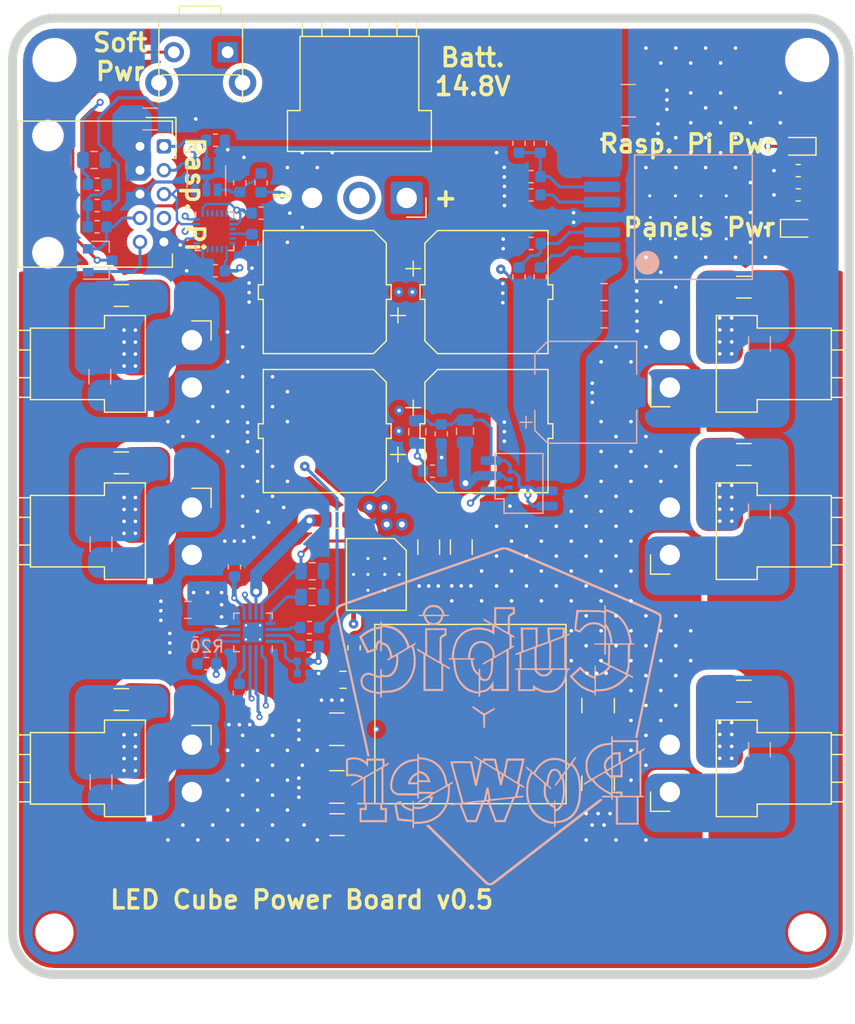
<source format=kicad_pcb>
(kicad_pcb (version 20171130) (host pcbnew "(5.1.0-0)")
  (layers (0 F.Cu signal) (1 In1.Cu signal) (2 In2.Cu signal) (31 B.Cu signal) (34 B.Paste user hide) (35 F.Paste user hide) (36 B.SilkS user) (37 F.SilkS user hide) (38 B.Mask user) (39 F.Mask user hide) (44 Edge.Cuts user))
  (net 0 "")
  (net 1 "/Pi Power/Power_Button")
  (net 2 "Net-(C1-Pad1)")
  (net 3 /Battery_Power)
  (net 4 GND)
  (net 5 /5.2V_switched)
  (net 6 "Net-(C5-Pad1)")
  (net 7 "Net-(C7-Pad1)")
  (net 8 "Net-(C8-Pad2)")
  (net 9 "/Panel Power/Vreg")
  (net 10 "Net-(C15-Pad2)")
  (net 11 "Net-(C15-Pad1)")
  (net 12 "Net-(C16-Pad2)")
  (net 13 /Panel_Power)
  (net 14 "Net-(D1-Pad1)")
  (net 15 "Net-(D2-Pad1)")
  (net 16 /Power_Ctl)
  (net 17 /Power_Sense)
  (net 18 "Net-(F1-Pad1)")
  (net 19 "Net-(F2-Pad1)")
  (net 20 "Net-(F3-Pad1)")
  (net 21 "Net-(F4-Pad1)")
  (net 22 "Net-(F5-Pad1)")
  (net 23 "Net-(F6-Pad1)")
  (net 24 "Net-(J2-Pad1)")
  (net 25 "Net-(J3-Pad1)")
  (net 26 "Net-(J4-Pad1)")
  (net 27 "Net-(J5-Pad1)")
  (net 28 "Net-(J6-Pad1)")
  (net 29 "Net-(J7-Pad1)")
  (net 30 /Panel_Alert)
  (net 31 /+5.2V)
  (net 32 "Net-(R5-Pad1)")
  (net 33 "Net-(R8-Pad2)")
  (net 34 "Net-(R10-Pad1)")
  (net 35 "Net-(R13-Pad1)")
  (net 36 "Net-(R14-Pad2)")
  (net 37 "Net-(R16-Pad2)")
  (net 38 "Net-(R17-Pad2)")
  (net 39 "Net-(R20-Pad2)")
  (net 40 "Net-(J1-Pad2)")
  (net 41 "/Panel Power/Switch_Node")
  (net 42 "/Panel Power/Drive_High_1")
  (net 43 "/Panel Power/Drive_High_2")
  (net 44 "/Panel Power/Drive_Low")
  (net 45 Pi_3.3V)
  (net 46 "Net-(C28-Pad1)")
  (net 47 SCL)
  (net 48 SDA)
  (net 49 "Net-(U4-Pad21)")
  (net 50 "Net-(U4-Pad12)")
  (net 51 "Net-(U4-Pad11)")
  (net 52 "Net-(U4-Pad9)")
  (net 53 "Net-(U4-Pad7)")
  (net 54 Vin_switched)
  (net 55 "Net-(R22-Pad2)")
  (net 56 "/Panel Power/Enable")
  (module Resistor_SMD:R_0603_1608Metric (layer B.Cu) (at 93.25 89 180)
    (fp_text reference R20 (at 0 1.43 180) (layer B.SilkS) (effects (justify mirror)))
    (fp_text value "10K 1%")
    (pad 2 smd roundrect (at 0.7875 0 180) (size 0.875 0.95) (layers B.Cu B.Paste B.Mask) (net 39 "Net-(R20-Pad2)"))
    (pad 1 smd roundrect (at -0.7875 0 180) (size 0.875 0.95) (layers B.Cu B.Paste B.Mask) (net 13 /Panel_Power))
  )
  (module "Power_Board:Logo Silkscreen" (layer B.Cu) (at 117.5 93.25 180)
    (fp_text reference G*** hide)
    (fp_text value LOGO hide)
  )
  (module "Power_Board:Logo Solder Mask" (layer B.Cu) (at 117.5 93.25 180)
    (fp_text reference G*** hide)
    (fp_text value LOGO hide)
  )
  (module Power_Board:Coilcraft_XAL1580 (layer F.Cu) (at 115.316 93.218 90)
    (fp_text reference L8 hide)
    (fp_text value 1.3µH)
    (pad 2 smd rect (at -5.395 0 90) (size 2.79 12.83) (layers F.Cu F.Paste F.Mask) (net 13 /Panel_Power))
    (pad 1 smd rect (at 5.395 0 90) (size 2.79 12.83) (layers F.Cu F.Paste F.Mask) (net 41 "/Panel Power/Switch_Node"))
  )
  (module Power_Board:Fuse_1206_3216Metric (layer F.Cu) (at 138.2 91.3)
    (fp_text reference F6 hide)
    (fp_text value Fuse)
    (pad 2 smd roundrect (at 1.4 0) (size 1.25 1.75) (layers F.Cu F.Paste F.Mask) (roundrect_rratio 0.2) (net 13 /Panel_Power))
    (pad 1 smd roundrect (at -1.4 0) (size 1.25 1.75) (layers F.Cu F.Paste F.Mask) (roundrect_rratio 0.2) (net 23 "Net-(F6-Pad1)"))
  )
  (module Power_Board:Fuse_1206_3216Metric (layer F.Cu) (at 138.2 71.5)
    (fp_text reference F5 hide)
    (fp_text value Fuse)
    (pad 2 smd roundrect (at 1.4 0) (size 1.25 1.75) (layers F.Cu F.Paste F.Mask) (roundrect_rratio 0.2) (net 13 /Panel_Power))
    (pad 1 smd roundrect (at -1.4 0) (size 1.25 1.75) (layers F.Cu F.Paste F.Mask) (roundrect_rratio 0.2) (net 22 "Net-(F5-Pad1)"))
  )
  (module Power_Board:Fuse_1206_3216Metric (layer F.Cu) (at 138.2 57.5)
    (fp_text reference F4 hide)
    (fp_text value Fuse)
    (pad 2 smd roundrect (at 1.4 0) (size 1.25 1.75) (layers F.Cu F.Paste F.Mask) (roundrect_rratio 0.2) (net 13 /Panel_Power))
    (pad 1 smd roundrect (at -1.4 0) (size 1.25 1.75) (layers F.Cu F.Paste F.Mask) (roundrect_rratio 0.2) (net 21 "Net-(F4-Pad1)"))
  )
  (module Power_Board:Fuse_1206_3216Metric (layer F.Cu) (at 86.1 92 180)
    (fp_text reference F3 hide)
    (fp_text value Fuse)
    (pad 2 smd roundrect (at 1.4 0 180) (size 1.25 1.75) (layers F.Cu F.Paste F.Mask) (roundrect_rratio 0.2) (net 13 /Panel_Power))
    (pad 1 smd roundrect (at -1.4 0 180) (size 1.25 1.75) (layers F.Cu F.Paste F.Mask) (roundrect_rratio 0.2) (net 20 "Net-(F3-Pad1)"))
  )
  (module Power_Board:Fuse_1206_3216Metric (layer F.Cu) (at 86.1 72.2 180)
    (fp_text reference F2 hide)
    (fp_text value Fuse)
    (pad 2 smd roundrect (at 1.4 0 180) (size 1.25 1.75) (layers F.Cu F.Paste F.Mask) (roundrect_rratio 0.2) (net 13 /Panel_Power))
    (pad 1 smd roundrect (at -1.4 0 180) (size 1.25 1.75) (layers F.Cu F.Paste F.Mask) (roundrect_rratio 0.2) (net 19 "Net-(F2-Pad1)"))
  )
  (module Power_Board:Fuse_1206_3216Metric (layer F.Cu) (at 86.1 58.2 180)
    (fp_text reference F1 hide)
    (fp_text value Fuse)
    (pad 2 smd roundrect (at 1.4 0 180) (size 1.25 1.75) (layers F.Cu F.Paste F.Mask) (roundrect_rratio 0.2) (net 13 /Panel_Power))
    (pad 1 smd roundrect (at -1.4 0 180) (size 1.25 1.75) (layers F.Cu F.Paste F.Mask) (roundrect_rratio 0.2) (net 18 "Net-(F1-Pad1)"))
  )
  (module Inductor_SMD:L_1206_3216Metric (layer B.Cu) (at 88.519 43.434 180)
    (fp_text reference L7 hide)
    (fp_text value 60R)
    (pad 2 smd roundrect (at 1.4 0 180) (size 1.25 1.75) (layers B.Cu B.Paste B.Mask) (roundrect_rratio 0.2) (net 31 /+5.2V))
    (pad 1 smd roundrect (at -1.4 0 180) (size 1.25 1.75) (layers B.Cu B.Paste B.Mask) (roundrect_rratio 0.2) (net 5 /5.2V_switched))
  )
  (module Inductor_SMD:L_1206_3216Metric (layer B.Cu) (at 139.5 96.2 270)
    (fp_text reference L6 hide)
    (fp_text value 60R)
    (pad 2 smd roundrect (at 1.4 0 270) (size 1.25 1.75) (layers B.Cu B.Paste B.Mask) (roundrect_rratio 0.2) (net 29 "Net-(J7-Pad1)"))
    (pad 1 smd roundrect (at -1.4 0 270) (size 1.25 1.75) (layers B.Cu B.Paste B.Mask) (roundrect_rratio 0.2) (net 23 "Net-(F6-Pad1)"))
  )
  (module Inductor_SMD:L_1206_3216Metric (layer B.Cu) (at 139.5 76.25 270)
    (fp_text reference L5 hide)
    (fp_text value 60R)
    (pad 2 smd roundrect (at 1.4 0 270) (size 1.25 1.75) (layers B.Cu B.Paste B.Mask) (roundrect_rratio 0.2) (net 28 "Net-(J6-Pad1)"))
    (pad 1 smd roundrect (at -1.4 0 270) (size 1.25 1.75) (layers B.Cu B.Paste B.Mask) (roundrect_rratio 0.2) (net 22 "Net-(F5-Pad1)"))
  )
  (module Inductor_SMD:L_1206_3216Metric (layer B.Cu) (at 139.5 62.25 270)
    (fp_text reference L4 hide)
    (fp_text value 60R)
    (pad 2 smd roundrect (at 1.4 0 270) (size 1.25 1.75) (layers B.Cu B.Paste B.Mask) (roundrect_rratio 0.2) (net 27 "Net-(J5-Pad1)"))
    (pad 1 smd roundrect (at -1.4 0 270) (size 1.25 1.75) (layers B.Cu B.Paste B.Mask) (roundrect_rratio 0.2) (net 21 "Net-(F4-Pad1)"))
  )
  (module Inductor_SMD:L_1206_3216Metric (layer B.Cu) (at 84.4 98.9 270)
    (fp_text reference L3 hide)
    (fp_text value 60R)
    (pad 2 smd roundrect (at 1.4 0 270) (size 1.25 1.75) (layers B.Cu B.Paste B.Mask) (roundrect_rratio 0.2) (net 26 "Net-(J4-Pad1)"))
    (pad 1 smd roundrect (at -1.4 0 270) (size 1.25 1.75) (layers B.Cu B.Paste B.Mask) (roundrect_rratio 0.2) (net 20 "Net-(F3-Pad1)"))
  )
  (module Inductor_SMD:L_1206_3216Metric (layer B.Cu) (at 84.4 79 270)
    (fp_text reference L2 hide)
    (fp_text value 60R)
    (pad 2 smd roundrect (at 1.4 0 270) (size 1.25 1.75) (layers B.Cu B.Paste B.Mask) (roundrect_rratio 0.2) (net 25 "Net-(J3-Pad1)"))
    (pad 1 smd roundrect (at -1.4 0 270) (size 1.25 1.75) (layers B.Cu B.Paste B.Mask) (roundrect_rratio 0.2) (net 19 "Net-(F2-Pad1)"))
  )
  (module Inductor_SMD:L_1206_3216Metric (layer B.Cu) (at 84.3 65 270)
    (fp_text reference L1 hide)
    (fp_text value 60R)
    (pad 2 smd roundrect (at 1.4 0 270) (size 1.25 1.75) (layers B.Cu B.Paste B.Mask) (roundrect_rratio 0.2) (net 24 "Net-(J2-Pad1)"))
    (pad 1 smd roundrect (at -1.4 0 270) (size 1.25 1.75) (layers B.Cu B.Paste B.Mask) (roundrect_rratio 0.2) (net 18 "Net-(F1-Pad1)"))
  )
  (module Power_Board:Q5D (layer F.Cu) (at 107.442 81.534 270)
    (fp_text reference U3 hide)
    (fp_text value CSD86360Q5D)
    (pad 1 smd roundrect (at -2.795 -1.27 270) (size 0.81 1.68) (layers F.Cu) (roundrect_rratio 0.062) (net 3 /Battery_Power))
    (pad GND smd roundrect (at -0.785 1.41 270) (size 1.31 1.15) (layers F.Cu F.Paste F.Mask) (roundrect_rratio 0.04099999999999999) (net 4 GND))
    (pad GND smd roundrect (at 0.785 1.41 270) (size 1.31 1.15) (layers F.Cu F.Paste F.Mask) (roundrect_rratio 0.04099999999999999) (net 4 GND))
    (pad GND smd roundrect (at 0.785 -1.41 270) (size 1.31 1.15) (layers F.Cu F.Paste F.Mask) (roundrect_rratio 0.04099999999999999) (net 4 GND))
    (pad GND smd roundrect (at -0.785 -1.41 270) (size 1.31 1.11) (layers F.Cu F.Paste F.Mask) (roundrect_rratio 0.04099999999999999) (net 4 GND))
    (pad GND smd roundrect (at -0.785 0 270) (size 1.31 1.15) (layers F.Cu F.Paste F.Mask) (roundrect_rratio 0.04099999999999999) (net 4 GND))
    (pad GND smd roundrect (at 0.785 0 270) (size 1.31 1.15) (layers F.Cu F.Paste F.Mask) (roundrect_rratio 0.04099999999999999) (net 4 GND))
    (pad GND thru_hole circle (at 0 1.91 270) (size 0.4 0.4) (drill 0.254) (layers *.Cu F.Mask) (net 4 GND))
    (pad GND thru_hole circle (at 1.328 0.705 270) (size 0.4 0.4) (drill 0.254) (layers *.Cu F.Mask) (net 4 GND))
    (pad GND thru_hole circle (at 0 0.705 270) (size 0.4 0.4) (drill 0.254) (layers *.Cu F.Mask) (net 4 GND))
    (pad GND thru_hole circle (at -1.328 0.705 270) (size 0.4 0.4) (drill 0.254) (layers *.Cu F.Mask) (net 4 GND))
    (pad GND thru_hole circle (at -1.328 -0.705 270) (size 0.4 0.4) (drill 0.254) (layers *.Cu F.Mask) (net 4 GND))
    (pad GND thru_hole circle (at 1.328 -0.705 270) (size 0.4 0.4) (drill 0.254) (layers *.Cu F.Mask) (net 4 GND))
    (pad GND thru_hole circle (at 0 -1.91 270) (size 0.4 0.4) (drill 0.254) (layers *.Cu F.Mask) (net 4 GND))
    (pad GND thru_hole circle (at 0 -0.705 270) (size 0.4 0.4) (drill 0.254) (layers *.Cu F.Mask) (net 4 GND))
    (pad GND smd roundrect (at 0 0 270) (size 3.156 4.319) (layers F.Cu F.Mask) (roundrect_rratio 0.016) (net 4 GND))
    (pad 8 smd roundrect (at 2.795 -1.905 270) (size 0.81 0.41) (layers F.Cu F.Paste F.Mask) (roundrect_rratio 0.122) (net 41 "/Panel Power/Switch_Node"))
    (pad 7 smd roundrect (at 2.795 -0.635 270) (size 0.81 0.41) (layers F.Cu F.Paste F.Mask) (roundrect_rratio 0.122) (net 41 "/Panel Power/Switch_Node"))
    (pad 6 smd roundrect (at 2.795 0.635 270) (size 0.81 0.41) (layers F.Cu F.Paste F.Mask) (roundrect_rratio 0.122) (net 41 "/Panel Power/Switch_Node"))
    (pad 5 smd roundrect (at 2.795 1.905 270) (size 0.81 0.41) (layers F.Cu F.Paste F.Mask) (roundrect_rratio 0.122) (net 44 "/Panel Power/Drive_Low"))
    (pad 4 smd roundrect (at -2.795 1.905 270) (size 0.81 0.41) (layers F.Cu F.Paste F.Mask) (roundrect_rratio 0.122) (net 11 "Net-(C15-Pad1)"))
    (pad 3 smd roundrect (at -2.795 0.635 270) (size 0.81 0.41) (layers F.Cu F.Paste F.Mask) (roundrect_rratio 0.122) (net 43 "/Panel Power/Drive_High_2"))
    (pad 2 smd roundrect (at -2.795 -0.635 270) (size 0.81 0.41) (layers F.Cu F.Paste F.Mask) (roundrect_rratio 0.122) (net 3 /Battery_Power))
    (pad 1 smd roundrect (at -2.795 -1.905 270) (size 0.81 0.41) (layers F.Cu F.Paste F.Mask) (roundrect_rratio 0.122) (net 3 /Battery_Power))
  )
  (module Power_Board:VQFN-16-1EP_3x3mm_P0.5mm_EP1.68x1.68mm_ThermalVias (layer B.Cu) (at 97.119 86.387 90)
    (fp_text reference U2 hide)
    (fp_text value TPS53819A)
    (pad 16 smd roundrect (at -0.75 1.4625 90) (size 0.25 0.825) (layers B.Cu B.Paste B.Mask) (net 36 "Net-(R14-Pad2)"))
    (pad 15 smd roundrect (at -0.25 1.4625 90) (size 0.25 0.825) (layers B.Cu B.Paste B.Mask) (net 37 "Net-(R16-Pad2)"))
    (pad 14 smd roundrect (at 0.25 1.4625 90) (size 0.25 0.825) (layers B.Cu B.Paste B.Mask) (net 56 "/Panel Power/Enable"))
    (pad 13 smd roundrect (at 0.75 1.4625 90) (size 0.25 0.825) (layers B.Cu B.Paste B.Mask) (net 38 "Net-(R17-Pad2)"))
    (pad 12 smd roundrect (at 1.4625 0.75 90) (size 0.825 0.25) (layers B.Cu B.Paste B.Mask) (net 11 "Net-(C15-Pad1)"))
    (pad 11 smd roundrect (at 1.4625 0.25 90) (size 0.825 0.25) (layers B.Cu B.Paste B.Mask) (net 42 "/Panel Power/Drive_High_1"))
    (pad 10 smd roundrect (at 1.4625 -0.25 90) (size 0.825 0.25) (layers B.Cu B.Paste B.Mask) (net 44 "/Panel Power/Drive_Low"))
    (pad 9 smd roundrect (at 1.4625 -0.75 90) (size 0.825 0.25) (layers B.Cu B.Paste B.Mask) (net 9 "/Panel Power/Vreg"))
    (pad 8 smd roundrect (at 0.75 -1.4625 90) (size 0.25 0.825) (layers B.Cu B.Paste B.Mask) (net 3 /Battery_Power))
    (pad 7 smd roundrect (at 0.25 -1.4625 90) (size 0.25 0.825) (layers B.Cu B.Paste B.Mask) (net 4 GND))
    (pad 6 smd roundrect (at -0.25 -1.4625 90) (size 0.25 0.825) (layers B.Cu B.Paste B.Mask) (net 39 "Net-(R20-Pad2)"))
    (pad 5 smd roundrect (at -0.75 -1.4625 90) (size 0.25 0.825) (layers B.Cu B.Paste B.Mask) (net 13 /Panel_Power))
    (pad 4 smd roundrect (at -1.4625 -0.75 90) (size 0.825 0.25) (layers B.Cu B.Paste B.Mask) (net 35 "Net-(R13-Pad1)") (clearance 0.2))
    (pad 3 smd roundrect (at -1.4625 -0.25 90) (size 0.825 0.25) (layers B.Cu B.Paste B.Mask) (net 30 /Panel_Alert))
    (pad 2 smd roundrect (at -1.4625 0.25 90) (size 0.825 0.25) (layers B.Cu B.Paste B.Mask) (net 48 SDA))
    (pad 1 smd roundrect (at -1.4625 0.75 90) (size 0.825 0.25) (layers B.Cu B.Paste B.Mask) (net 47 SCL) (clearance 0.2))
    (pad 17 smd roundrect (at 0 0 90) (size 1.68 1.68) (layers F.Cu) (roundrect_rratio 0.14881) (net 4 GND))
    (pad 17 thru_hole circle (at 0.59 -0.59 90) (size 0.5 0.5) (drill 0.2) (layers *.Cu) (net 4 GND))
    (pad 17 thru_hole circle (at -0.59 -0.59 90) (size 0.5 0.5) (drill 0.2) (layers *.Cu) (net 4 GND))
    (pad 17 thru_hole circle (at 0.59 0.59 90) (size 0.5 0.5) (drill 0.2) (layers *.Cu) (net 4 GND))
    (pad 17 thru_hole circle (at -0.59 0.59 90) (size 0.5 0.5) (drill 0.2) (layers *.Cu) (net 4 GND))
    (pad 17 smd roundrect (at 0 0 90) (size 1.68 1.68) (layers B.Cu B.Mask) (roundrect_rratio 0.14881) (net 4 GND))
  )
  (module Power_Board:1206-8_or_SO-8 (layer B.Cu) (at 119.38 73.914)
    (fp_text reference Q1 hide)
    (fp_text value SI5504BDC)
    (pad 8 smd roundrect (at 2.34 1.905) (size 1.78 0.72) (layers B.Cu B.Paste B.Mask) (net 2 "Net-(C1-Pad1)"))
    (pad 7 smd roundrect (at 2.34 0.635) (size 1.78 0.72) (layers B.Cu B.Paste B.Mask) (net 2 "Net-(C1-Pad1)"))
    (pad 6 smd roundrect (at 2.34 -0.635) (size 1.78 0.72) (layers B.Cu B.Paste B.Mask) (net 54 Vin_switched))
    (pad 5 smd roundrect (at 2.34 -1.905) (size 1.78 0.72) (layers B.Cu B.Paste B.Mask) (net 54 Vin_switched))
    (pad 4 smd roundrect (at -2.34 -1.905) (size 1.78 0.72) (layers B.Cu B.Paste B.Mask) (net 2 "Net-(C1-Pad1)"))
    (pad 3 smd roundrect (at -2.34 -0.635) (size 1.78 0.72) (layers B.Cu B.Paste B.Mask) (net 3 /Battery_Power))
    (pad 2 smd roundrect (at -2.34 0.635) (size 1.78 0.72) (layers B.Cu B.Paste B.Mask) (net 6 "Net-(C5-Pad1)"))
    (pad 1 smd rect (at -2.34 1.905) (size 1.78 0.72) (layers B.Cu B.Paste B.Mask) (net 4 GND))
    (pad 8 smd roundrect (at 0.74 0.975) (size 0.42 0.35) (layers B.Cu B.Paste B.Mask) (net 2 "Net-(C1-Pad1)"))
    (pad 7 smd roundrect (at 0.74 0.325) (size 0.42 0.35) (layers B.Cu B.Paste B.Mask) (net 2 "Net-(C1-Pad1)"))
    (pad 6 smd roundrect (at 0.74 -0.325) (size 0.42 0.35) (layers B.Cu B.Paste B.Mask) (net 54 Vin_switched))
    (pad 5 smd roundrect (at 0.75 -0.975) (size 0.42 0.35) (layers B.Cu B.Paste B.Mask) (net 54 Vin_switched))
    (pad 4 smd roundrect (at -0.74 -0.975) (size 0.42 0.35) (layers B.Cu B.Paste B.Mask) (net 2 "Net-(C1-Pad1)"))
    (pad 3 smd roundrect (at -0.74 -0.325) (size 0.42 0.35) (layers B.Cu B.Paste B.Mask) (net 3 /Battery_Power))
    (pad 2 smd roundrect (at -0.74 0.325) (size 0.42 0.35) (layers B.Cu B.Paste B.Mask) (net 6 "Net-(C5-Pad1)"))
    (pad 1 smd rect (at -0.74 0.975) (size 0.42 0.35) (layers B.Cu B.Paste B.Mask) (net 4 GND))
  )
  (module Connector_JST:JST_PUD_S10B-PUDSS-1_2x05_P2.00mm_Horizontal (layer F.Cu) (at 89.662 45.72 270)
    (fp_text reference J9 hide)
    (fp_text value "Raspberry Pi")
    (pad "" np_thru_hole circle (at 8.9 9.7 270) (size 1.65 1.65) (drill 1.65) (layers *.Cu *.Mask))
    (pad "" np_thru_hole circle (at -0.9 9.7 270) (size 1.65 1.65) (drill 1.65) (layers *.Cu *.Mask))
    (pad 10 thru_hole circle (at 8 2 270) (size 1.2 1.2) (drill 0.75) (layers *.Cu *.Mask) (net 17 /Power_Sense))
    (pad 8 thru_hole circle (at 6 2 270) (size 1.2 1.2) (drill 0.75) (layers *.Cu *.Mask) (net 16 /Power_Ctl))
    (pad 6 thru_hole circle (at 4 2 270) (size 1.2 1.2) (drill 0.75) (layers *.Cu *.Mask) (net 4 GND))
    (pad 4 thru_hole circle (at 2 2 270) (size 1.2 1.2) (drill 0.75) (layers *.Cu *.Mask) (net 31 /+5.2V))
    (pad 2 thru_hole circle (at 0 2 270) (size 1.2 1.2) (drill 0.75) (layers *.Cu *.Mask) (net 31 /+5.2V))
    (pad 9 thru_hole circle (at 8 0 270) (size 1.2 1.2) (drill 0.75) (layers *.Cu *.Mask) (net 4 GND))
    (pad 7 thru_hole circle (at 6 0 270) (size 1.2 1.2) (drill 0.75) (layers *.Cu *.Mask) (net 30 /Panel_Alert))
    (pad 5 thru_hole circle (at 4 0 270) (size 1.2 1.2) (drill 0.75) (layers *.Cu *.Mask) (net 47 SCL))
    (pad 3 thru_hole circle (at 2 0 270) (size 1.2 1.2) (drill 0.75) (layers *.Cu *.Mask) (net 48 SDA))
    (pad 1 thru_hole roundrect (at 0 0 270) (size 1.2 1.2) (drill 0.75) (layers *.Cu *.Mask) (roundrect_rratio 0.208333) (net 45 Pi_3.3V))
  )
  (module Power_Board:TO-PMOD_7 (layer B.Cu) (at 126.32 55.46 90)
    (fp_text reference U1 hide)
    (fp_text value LMZ14203)
    (pad GND smd roundrect (at 2.9 9.35 90) (size 1.3 1.6) (layers B.Cu B.Paste B.Mask) (roundrect_rratio 0.292) (net 4 GND))
    (pad GND smd roundrect (at 4.75 9.35 90) (size 1.4 1.6) (layers B.Cu B.Paste B.Mask) (roundrect_rratio 0.292) (net 4 GND))
    (pad GND smd roundrect (at 4.75 5.05 90) (size 1.3 1.6) (layers B.Cu B.Paste B.Mask) (roundrect_rratio 0.292) (net 4 GND))
    (pad GND smd roundrect (at 2.85 5.1 90) (size 1.3 1.6) (layers B.Cu B.Paste B.Mask) (roundrect_rratio 0.292) (net 4 GND))
    (pad GND smd roundrect (at 4.7 7.25 90) (size 1.3 1.6) (layers B.Cu B.Paste B.Mask) (roundrect_rratio 0.292) (net 4 GND))
    (pad GND smd roundrect (at 2.9 7.25 90) (size 1.3 1.6) (layers B.Cu B.Paste B.Mask) (roundrect_rratio 0.292) (net 4 GND))
    (pad GND thru_hole circle (at 3.8 4.05 90) (size 0.508 0.508) (drill 0.254) (layers *.Cu) (net 4 GND))
    (pad GND thru_hole circle (at 2 4.05 90) (size 0.508 0.508) (drill 0.254) (layers *.Cu) (net 4 GND))
    (pad GND thru_hole circle (at 5.6 4 90) (size 0.508 0.508) (drill 0.254) (layers *.Cu) (net 4 GND))
    (pad GND thru_hole circle (at 2 8.3 90) (size 0.508 0.508) (drill 0.254) (layers *.Cu) (net 4 GND))
    (pad GND thru_hole circle (at 2 6.15 90) (size 0.508 0.508) (drill 0.254) (layers *.Cu) (net 4 GND))
    (pad GND thru_hole circle (at 5.6 6.15 90) (size 0.508 0.508) (drill 0.254) (layers *.Cu) (net 4 GND))
    (pad GND thru_hole circle (at 5.6 8.3 90) (size 0.508 0.508) (drill 0.254) (layers *.Cu) (net 4 GND))
    (pad GND thru_hole circle (at 3.8 6.15 90) (size 0.508 0.508) (drill 0.254) (layers *.Cu) (net 4 GND))
    (pad GND thru_hole circle (at 3.8 8.3 90) (size 0.508 0.508) (drill 0.254) (layers *.Cu) (net 4 GND))
    (pad GND thru_hole circle (at 5.6 10.4 90) (size 0.508 0.508) (drill 0.254) (layers *.Cu) (net 4 GND))
    (pad GND thru_hole circle (at 3.8 10.4 90) (size 0.508 0.508) (drill 0.254) (layers *.Cu) (net 4 GND))
    (pad GND thru_hole circle (at 2 10.4 90) (size 0.508 0.508) (drill 0.254) (layers *.Cu) (net 4 GND))
    (pad GND smd roundrect (at 3.81 7.305 90) (size 5.35 8.54) (layers B.Cu B.Mask) (roundrect_rratio 0.042) (net 4 GND))
    (pad 7 smd roundrect (at 7.62 0 90) (size 0.89 3.06) (layers B.Cu B.Paste B.Mask) (net 5 /5.2V_switched))
    (pad 6 smd roundrect (at 6.35 0 90) (size 0.89 3.06) (layers B.Cu B.Paste B.Mask) (net 8 "Net-(C8-Pad2)"))
    (pad 5 smd roundrect (at 5.08 0 90) (size 0.89 3.06) (layers B.Cu B.Paste B.Mask) (net 7 "Net-(C7-Pad1)"))
    (pad 4 smd roundrect (at 3.81 0 90) (size 0.89 3.06) (layers B.Cu B.Paste B.Mask) (net 4 GND))
    (pad 3 smd roundrect (at 2.54 0 90) (size 0.89 3.06) (layers B.Cu B.Paste B.Mask) (net 33 "Net-(R8-Pad2)"))
    (pad 2 smd roundrect (at 1.27 0 90) (size 0.89 3.06) (layers B.Cu B.Paste B.Mask) (net 34 "Net-(R10-Pad1)"))
    (pad 1 smd rect (at 0 0 90) (size 0.89 3.06) (layers B.Cu B.Paste B.Mask) (net 54 Vin_switched))
  )
  (module Power_Board:PTS645-Vx-39-2 (layer F.Cu) (at 94.996 37.846 180)
    (fp_text reference SW1 hide)
    (fp_text value SW_Push)
    (pad "" np_thru_hole circle (at 5.75 -2.55 180) (size 2.3 2.3) (drill 1.3) (layers *.Cu *.Mask))
    (pad "" np_thru_hole circle (at -1.25 -2.55 180) (size 2.3 2.3) (drill 1.3) (layers *.Cu *.Mask))
    (pad 2 thru_hole circle (at 4.5 0 180) (size 1.7 1.7) (drill 1) (layers *.Cu *.Mask) (net 1 "/Pi Power/Power_Button"))
    (pad 1 thru_hole rect (at 0 0 180) (size 1.7 1.7) (drill 1) (layers *.Cu *.Mask) (net 4 GND))
  )
  (module Power_Board:CP_OSCON_Poly_F12 (layer F.Cu) (at 116.654 69.542)
    (fp_text reference C22 hide)
    (fp_text value 47µF)
    (pad 2 smd roundrect (at 3.9 0) (size 3.2 1.1) (layers F.Cu F.Paste F.Mask) (roundrect_rratio 0.1) (net 4 GND))
    (pad 1 smd roundrect (at -3.9 0) (size 3.2 1.1) (layers F.Cu F.Paste F.Mask) (roundrect_rratio 0.1) (net 3 /Battery_Power))
  )
  (module Power_Board:CP_OSCON_Poly_F12 (layer F.Cu) (at 116.654 57.912)
    (fp_text reference C21 hide)
    (fp_text value 47µF)
    (pad 2 smd roundrect (at 3.9 0) (size 3.2 1.1) (layers F.Cu F.Paste F.Mask) (roundrect_rratio 0.1) (net 4 GND))
    (pad 1 smd roundrect (at -3.9 0) (size 3.2 1.1) (layers F.Cu F.Paste F.Mask) (roundrect_rratio 0.1) (net 3 /Battery_Power))
  )
  (module Power_Board:CP_OSCON_Poly_F12 (layer F.Cu) (at 103.124 69.542 180)
    (fp_text reference C20 hide)
    (fp_text value 47µF)
    (pad 2 smd roundrect (at 3.9 0 180) (size 3.2 1.1) (layers F.Cu F.Paste F.Mask) (roundrect_rratio 0.1) (net 4 GND))
    (pad 1 smd roundrect (at -3.9 0 180) (size 3.2 1.1) (layers F.Cu F.Paste F.Mask) (roundrect_rratio 0.1) (net 3 /Battery_Power))
  )
  (module Power_Board:CP_OSCON_Poly_F12 (layer F.Cu) (at 103.124 57.912 180)
    (fp_text reference C19 hide)
    (fp_text value 47µF)
    (pad 2 smd roundrect (at 3.9 0 180) (size 3.2 1.1) (layers F.Cu F.Paste F.Mask) (roundrect_rratio 0.1) (net 4 GND))
    (pad 1 smd roundrect (at -3.9 0 180) (size 3.2 1.1) (layers F.Cu F.Paste F.Mask) (roundrect_rratio 0.1) (net 3 /Battery_Power))
  )
  (module Power_Board:JST_VH_B2PS-VH_1x02_P3.96mm_Horizontal (layer F.Cu) (at 132 99.74 90)
    (fp_text reference J7 hide)
    (fp_text value "JST B2PS-VH")
    (pad 2 thru_hole circle (at 3.96 0 90) (size 2.7 2.7) (drill 1.7) (layers *.Cu *.Mask) (net 4 GND))
    (pad 1 thru_hole roundrect (at 0 0 90) (size 2.7 2.7) (drill 1.7) (layers *.Cu *.Mask) (roundrect_rratio 0.09259299999999999) (net 29 "Net-(J7-Pad1)"))
  )
  (module Power_Board:JST_VH_B2PS-VH_1x02_P3.96mm_Horizontal (layer F.Cu) (at 132 79.898 90)
    (fp_text reference J6 hide)
    (fp_text value "JST B2PS-VH")
    (pad 2 thru_hole circle (at 3.96 0 90) (size 2.7 2.7) (drill 1.7) (layers *.Cu *.Mask) (net 4 GND))
    (pad 1 thru_hole roundrect (at 0 0 90) (size 2.7 2.7) (drill 1.7) (layers *.Cu *.Mask) (roundrect_rratio 0.09259299999999999) (net 28 "Net-(J6-Pad1)"))
  )
  (module Power_Board:JST_VH_B2PS-VH_1x02_P3.96mm_Horizontal (layer F.Cu) (at 132 65.898 90)
    (fp_text reference J5 hide)
    (fp_text value "JST B2PS-VH")
    (pad 2 thru_hole circle (at 3.96 0 90) (size 2.7 2.7) (drill 1.7) (layers *.Cu *.Mask) (net 4 GND))
    (pad 1 thru_hole roundrect (at 0 0 90) (size 2.7 2.7) (drill 1.7) (layers *.Cu *.Mask) (roundrect_rratio 0.09259299999999999) (net 27 "Net-(J5-Pad1)"))
  )
  (module Power_Board:JST_VH_B2PS-VH_1x02_P3.96mm_Horizontal (layer F.Cu) (at 92 95.78 270)
    (fp_text reference J4 hide)
    (fp_text value "JST B2PS-VH")
    (pad 2 thru_hole circle (at 3.96 0 270) (size 2.7 2.7) (drill 1.7) (layers *.Cu *.Mask) (net 4 GND))
    (pad 1 thru_hole roundrect (at 0 0 270) (size 2.7 2.7) (drill 1.7) (layers *.Cu *.Mask) (roundrect_rratio 0.09259299999999999) (net 26 "Net-(J4-Pad1)"))
  )
  (module Power_Board:JST_VH_B2PS-VH_1x02_P3.96mm_Horizontal (layer F.Cu) (at 92 75.938 270)
    (fp_text reference J3 hide)
    (fp_text value "JST B2PS-VH")
    (pad 2 thru_hole circle (at 3.96 0 270) (size 2.7 2.7) (drill 1.7) (layers *.Cu *.Mask) (net 4 GND))
    (pad 1 thru_hole roundrect (at 0 0 270) (size 2.7 2.7) (drill 1.7) (layers *.Cu *.Mask) (roundrect_rratio 0.09259299999999999) (net 25 "Net-(J3-Pad1)"))
  )
  (module Power_Board:JST_VH_B2PS-VH_1x02_P3.96mm_Horizontal (layer F.Cu) (at 92 61.938 270)
    (fp_text reference J2 hide)
    (fp_text value "JST B2PS-VH")
    (pad 2 thru_hole circle (at 3.96 0 270) (size 2.7 2.7) (drill 1.7) (layers *.Cu *.Mask) (net 4 GND))
    (pad 1 thru_hole roundrect (at 0 0 270) (size 2.7 2.7) (drill 1.7) (layers *.Cu *.Mask) (roundrect_rratio 0.09259299999999999) (net 24 "Net-(J2-Pad1)"))
  )
  (module Power_Board:JST_VH_B3PS-VH_1x03_P3.96mm_Horizontal (layer F.Cu) (at 109.982 50.038 180)
    (fp_text reference J1 hide)
    (fp_text value "Battery In")
    (pad 3 thru_hole circle (at 7.92 0 180) (size 2.7 2.7) (drill 1.7) (layers *.Cu *.Mask) (net 4 GND))
    (pad 2 thru_hole circle (at 3.96 0 180) (size 2.7 2.7) (drill 1.7) (layers *.Cu *.Mask) (net 40 "Net-(J1-Pad2)"))
    (pad 1 thru_hole roundrect (at 0 0 180) (size 2.7 2.7) (drill 1.7) (layers *.Cu *.Mask) (roundrect_rratio 0.09259299999999999) (net 3 /Battery_Power))
  )
  (module MountingHole:MountingHole_2.7mm_M2.5 (layer F.Cu) (at 143.5 111.5)
    (fp_text reference H4 hide)
    (fp_text value MountingHole)
    (pad 1 np_thru_hole circle (at 0 0) (size 2.7 2.7) (drill 2.7) (layers *.Cu *.Mask))
  )
  (module MountingHole:MountingHole_2.7mm_M2.5 (layer F.Cu) (at 80.5 111.5)
    (fp_text reference H3 hide)
    (fp_text value MountingHole)
    (pad 1 np_thru_hole circle (at 0 0) (size 2.7 2.7) (drill 2.7) (layers *.Cu *.Mask))
  )
  (module MountingHole:MountingHole_2.7mm_M2.5 (layer F.Cu) (at 143.5 38.5)
    (fp_text reference H2 hide)
    (fp_text value MountingHole)
    (pad 1 np_thru_hole circle (at 0 0) (size 2.7 2.7) (drill 2.7) (layers *.Cu *.Mask))
  )
  (module MountingHole:MountingHole_2.7mm_M2.5 (layer F.Cu) (at 80.5 38.5)
    (fp_text reference H1 hide)
    (fp_text value MountingHole)
    (pad 1 np_thru_hole circle (at 0 0) (size 2.7 2.7) (drill 2.7) (layers *.Cu *.Mask))
  )
  (module Capacitor_SMD:C_1206_3216Metric (layer F.Cu) (at 114.55 79.25 270)
    (fp_text reference C31 hide)
    (fp_text value 10µF)
    (pad 2 smd roundrect (at 1.4 0 270) (size 1.25 1.75) (layers F.Cu F.Paste F.Mask) (roundrect_rratio 0.2) (net 4 GND))
    (pad 1 smd roundrect (at -1.4 0 270) (size 1.25 1.75) (layers F.Cu F.Paste F.Mask) (roundrect_rratio 0.2) (net 3 /Battery_Power))
  )
  (module Resistor_SMD:R_0603_1608Metric (layer B.Cu) (at 101.854 85.979)
    (fp_text reference R24 hide)
    (fp_text value 100K)
    (pad 2 smd roundrect (at 0.7875 0) (size 0.875 0.95) (layers B.Cu B.Paste B.Mask) (net 5 /5.2V_switched))
    (pad 1 smd roundrect (at -0.7875 0) (size 0.875 0.95) (layers B.Cu B.Paste B.Mask) (net 56 "/Panel Power/Enable"))
  )
  (module Capacitor_SMD:C_0603_1608Metric (layer B.Cu) (at 93.98 45.212)
    (fp_text reference C30 hide)
    (fp_text value 100nF)
    (pad 2 smd roundrect (at 0.7875 0) (size 0.875 0.95) (layers B.Cu B.Paste B.Mask) (net 4 GND))
    (pad 1 smd roundrect (at -0.7875 0) (size 0.875 0.95) (layers B.Cu B.Paste B.Mask) (net 45 Pi_3.3V))
  )
  (module Package_TO_SOT_SMD:SOT-23-6 (layer B.Cu) (at 93.218 48.26 90)
    (fp_text reference U5 hide)
    (fp_text value ADS1000)
    (pad 5 smd rect (at 1.1 0 90) (size 1.06 0.65) (layers B.Cu B.Paste B.Mask) (net 45 Pi_3.3V))
    (pad 6 smd rect (at 1.1 0.95 90) (size 1.06 0.65) (layers B.Cu B.Paste B.Mask) (net 4 GND))
    (pad 4 smd rect (at 1.1 -0.95 90) (size 1.06 0.65) (layers B.Cu B.Paste B.Mask) (net 48 SDA))
    (pad 3 smd rect (at -1.1 -0.95 90) (size 1.06 0.65) (layers B.Cu B.Paste B.Mask) (net 47 SCL))
    (pad 2 smd rect (at -1.1 0 90) (size 1.06 0.65) (layers B.Cu B.Paste B.Mask) (net 4 GND))
    (pad 1 smd rect (at -1.1 0.95 90) (size 1.06 0.65) (layers B.Cu B.Paste B.Mask) (net 55 "Net-(R22-Pad2)"))
  )
  (module Resistor_SMD:R_0603_1608Metric (layer B.Cu) (at 96.012 48.768 90)
    (fp_text reference R23 hide)
    (fp_text value "1.78K 1%")
    (pad 2 smd roundrect (at 0.7875 0 90) (size 0.875 0.95) (layers B.Cu B.Paste B.Mask) (net 4 GND))
    (pad 1 smd roundrect (at -0.7875 0 90) (size 0.875 0.95) (layers B.Cu B.Paste B.Mask) (net 55 "Net-(R22-Pad2)"))
  )
  (module Resistor_SMD:R_0603_1608Metric (layer B.Cu) (at 97.79 48.768 90)
    (fp_text reference R22 hide)
    (fp_text value "10K 1%")
    (pad 2 smd roundrect (at 0.7875 0 90) (size 0.875 0.95) (layers B.Cu B.Paste B.Mask) (net 55 "Net-(R22-Pad2)"))
    (pad 1 smd roundrect (at -0.7875 0 90) (size 0.875 0.95) (layers B.Cu B.Paste B.Mask) (net 54 Vin_switched))
  )
  (module Sensor_Motion:InvenSense_QFN-24_3x3mm_P0.4mm (layer B.Cu) (at 93.91 52.832 270)
    (fp_text reference U4 hide)
    (fp_text value MPU-9250)
    (pad 24 smd roundrect (at -1 1.5 180) (size 0.55 0.2) (layers B.Cu B.Paste B.Mask) (net 48 SDA))
    (pad 23 smd roundrect (at -0.6 1.5 180) (size 0.55 0.2) (layers B.Cu B.Paste B.Mask) (net 47 SCL))
    (pad 22 smd roundrect (at -0.2 1.5 180) (size 0.55 0.2) (layers B.Cu B.Paste B.Mask) (net 45 Pi_3.3V))
    (pad 21 smd roundrect (at 0.2 1.5 180) (size 0.55 0.2) (layers B.Cu B.Paste B.Mask) (net 49 "Net-(U4-Pad21)"))
    (pad 20 smd roundrect (at 0.6 1.5 180) (size 0.55 0.2) (layers B.Cu B.Paste B.Mask) (net 4 GND))
    (pad 19 smd roundrect (at 1 1.5 180) (size 0.55 0.2) (layers B.Cu B.Paste B.Mask))
    (pad 18 smd roundrect (at 1.5 1 270) (size 0.55 0.2) (layers B.Cu B.Paste B.Mask) (net 4 GND))
    (pad 17 smd roundrect (at 1.5 0.6 270) (size 0.55 0.2) (layers B.Cu B.Paste B.Mask))
    (pad 16 smd roundrect (at 1.5 0.2 270) (size 0.55 0.2) (layers B.Cu B.Paste B.Mask))
    (pad 15 smd roundrect (at 1.5 -0.2 270) (size 0.55 0.2) (layers B.Cu B.Paste B.Mask))
    (pad 14 smd roundrect (at 1.5 -0.6 270) (size 0.55 0.2) (layers B.Cu B.Paste B.Mask))
    (pad 13 smd roundrect (at 1.5 -1 270) (size 0.55 0.2) (layers B.Cu B.Paste B.Mask) (net 45 Pi_3.3V))
    (pad 12 smd roundrect (at 1 -1.5 180) (size 0.55 0.2) (layers B.Cu B.Paste B.Mask) (net 50 "Net-(U4-Pad12)"))
    (pad 11 smd roundrect (at 0.6 -1.5 180) (size 0.55 0.2) (layers B.Cu B.Paste B.Mask) (net 51 "Net-(U4-Pad11)"))
    (pad 10 smd roundrect (at 0.2 -1.5 180) (size 0.55 0.2) (layers B.Cu B.Paste B.Mask) (net 46 "Net-(C28-Pad1)"))
    (pad 9 smd roundrect (at -0.2 -1.5 180) (size 0.55 0.2) (layers B.Cu B.Paste B.Mask) (net 52 "Net-(U4-Pad9)"))
    (pad 8 smd roundrect (at -0.6 -1.5 180) (size 0.55 0.2) (layers B.Cu B.Paste B.Mask) (net 45 Pi_3.3V))
    (pad 7 smd roundrect (at -1 -1.5 180) (size 0.55 0.2) (layers B.Cu B.Paste B.Mask) (net 53 "Net-(U4-Pad7)"))
    (pad 6 smd roundrect (at -1.5 -1 270) (size 0.55 0.2) (layers B.Cu B.Paste B.Mask))
    (pad 5 smd roundrect (at -1.5 -0.6 270) (size 0.55 0.2) (layers B.Cu B.Paste B.Mask))
    (pad 4 smd roundrect (at -1.5 -0.2 270) (size 0.55 0.2) (layers B.Cu B.Paste B.Mask))
    (pad 3 smd roundrect (at -1.5 0.2 270) (size 0.55 0.2) (layers B.Cu B.Paste B.Mask))
    (pad 2 smd roundrect (at -1.5 0.6 270) (size 0.55 0.2) (layers B.Cu B.Paste B.Mask))
    (pad 1 smd roundrect (at -1.5 1 270) (size 0.55 0.2) (layers B.Cu B.Paste B.Mask) (net 45 Pi_3.3V))
  )
  (module Capacitor_SMD:C_0603_1608Metric (layer B.Cu) (at 97.79 51.308)
    (fp_text reference C29 hide)
    (fp_text value 10nF)
    (pad 2 smd roundrect (at 0.7875 0) (size 0.875 0.95) (layers B.Cu B.Paste B.Mask) (net 4 GND))
    (pad 1 smd roundrect (at -0.7875 0) (size 0.875 0.95) (layers B.Cu B.Paste B.Mask) (net 45 Pi_3.3V))
  )
  (module Capacitor_SMD:C_0603_1608Metric (layer B.Cu) (at 97.028 53.848 270)
    (fp_text reference C28 hide)
    (fp_text value 100nF)
    (pad 2 smd roundrect (at 0.7875 0 270) (size 0.875 0.95) (layers B.Cu B.Paste B.Mask) (net 4 GND))
    (pad 1 smd roundrect (at -0.7875 0 270) (size 0.875 0.95) (layers B.Cu B.Paste B.Mask) (net 46 "Net-(C28-Pad1)"))
  )
  (module Capacitor_SMD:C_0603_1608Metric (layer B.Cu) (at 93.98 56.134 180)
    (fp_text reference C27 hide)
    (fp_text value 100nF)
    (pad 2 smd roundrect (at 0.7875 0 180) (size 0.875 0.95) (layers B.Cu B.Paste B.Mask) (net 4 GND))
    (pad 1 smd roundrect (at -0.7875 0 180) (size 0.875 0.95) (layers B.Cu B.Paste B.Mask) (net 45 Pi_3.3V))
  )
  (module Resistor_SMD:R_0603_1608Metric (layer B.Cu) (at 92.317 87.277 180)
    (fp_text reference R21 hide)
    (fp_text value "1.78K 1%")
    (pad 2 smd roundrect (at 0.7875 0 180) (size 0.875 0.95) (layers B.Cu B.Paste B.Mask) (net 4 GND))
    (pad 1 smd roundrect (at -0.7875 0 180) (size 0.875 0.95) (layers B.Cu B.Paste B.Mask) (net 39 "Net-(R20-Pad2)"))
  )
  (module Resistor_SMD:R_0603_1608Metric (layer B.Cu) (at 95.977 91.468 270)
    (fp_text reference R13 hide)
    (fp_text value 38.3K)
    (pad 2 smd roundrect (at 0.7875 0 270) (size 0.875 0.95) (layers B.Cu B.Paste B.Mask) (net 4 GND))
    (pad 1 smd roundrect (at -0.7875 0 270) (size 0.875 0.95) (layers B.Cu B.Paste B.Mask) (net 35 "Net-(R13-Pad1)"))
  )
  (module Capacitor_SMD:C_1210_3225Metric (layer F.Cu) (at 126 92.5 90)
    (fp_text reference C26 hide)
    (fp_text value 47µF)
    (pad 2 smd roundrect (at 1.4 0 90) (size 1.25 2.65) (layers F.Cu F.Paste F.Mask) (roundrect_rratio 0.2) (net 4 GND))
    (pad 1 smd roundrect (at -1.4 0 90) (size 1.25 2.65) (layers F.Cu F.Paste F.Mask) (roundrect_rratio 0.2) (net 13 /Panel_Power))
  )
  (module Capacitor_SMD:C_1210_3225Metric (layer F.Cu) (at 126 99 270)
    (fp_text reference C25 hide)
    (fp_text value 47µF)
    (pad 2 smd roundrect (at 1.4 0 270) (size 1.25 2.65) (layers F.Cu F.Paste F.Mask) (roundrect_rratio 0.2) (net 4 GND))
    (pad 1 smd roundrect (at -1.4 0 270) (size 1.25 2.65) (layers F.Cu F.Paste F.Mask) (roundrect_rratio 0.2) (net 13 /Panel_Power))
  )
  (module Capacitor_SMD:C_1210_3225Metric (layer F.Cu) (at 104.14 94.488 180)
    (fp_text reference C24 hide)
    (fp_text value 47µF)
    (pad 2 smd roundrect (at 1.4 0 180) (size 1.25 2.65) (layers F.Cu F.Paste F.Mask) (roundrect_rratio 0.2) (net 4 GND))
    (pad 1 smd roundrect (at -1.4 0 180) (size 1.25 2.65) (layers F.Cu F.Paste F.Mask) (roundrect_rratio 0.2) (net 13 /Panel_Power))
  )
  (module Capacitor_SMD:C_1210_3225Metric (layer F.Cu) (at 104.134 99.314 180)
    (fp_text reference C23 hide)
    (fp_text value 47µF)
    (pad 2 smd roundrect (at 1.4 0 180) (size 1.25 2.65) (layers F.Cu F.Paste F.Mask) (roundrect_rratio 0.2) (net 4 GND))
    (pad 1 smd roundrect (at -1.4 0 180) (size 1.25 2.65) (layers F.Cu F.Paste F.Mask) (roundrect_rratio 0.2) (net 13 /Panel_Power))
  )
  (module Capacitor_SMD:C_1206_3216Metric (layer F.Cu) (at 104.159 102.467 180)
    (fp_text reference C17 hide)
    (fp_text value 10µF)
    (pad 2 smd roundrect (at 1.4 0 180) (size 1.25 1.75) (layers F.Cu F.Paste F.Mask) (roundrect_rratio 0.2) (net 4 GND))
    (pad 1 smd roundrect (at -1.4 0 180) (size 1.25 1.75) (layers F.Cu F.Paste F.Mask) (roundrect_rratio 0.2) (net 13 /Panel_Power))
  )
  (module Capacitor_SMD:C_0603_1608Metric (layer B.Cu) (at 95.563 80.914 90)
    (fp_text reference C14 hide)
    (fp_text value 1µF)
    (pad 2 smd roundrect (at 0.7875 0 90) (size 0.875 0.95) (layers B.Cu B.Paste B.Mask) (net 4 GND))
    (pad 1 smd roundrect (at -0.7875 0 90) (size 0.875 0.95) (layers B.Cu B.Paste B.Mask) (net 9 "/Panel Power/Vreg"))
  )
  (module Capacitor_SMD:C_1206_3216Metric (layer F.Cu) (at 111.824 79.259 270)
    (fp_text reference C13 hide)
    (fp_text value 10µF)
    (pad 2 smd roundrect (at 1.4 0 270) (size 1.25 1.75) (layers F.Cu F.Paste F.Mask) (roundrect_rratio 0.2) (net 4 GND))
    (pad 1 smd roundrect (at -1.4 0 270) (size 1.25 1.75) (layers F.Cu F.Paste F.Mask) (roundrect_rratio 0.2) (net 3 /Battery_Power))
  )
  (module Resistor_SMD:R_0805_2012Metric (layer F.Cu) (at 104.65 90.35 180)
    (fp_text reference R19 hide)
    (fp_text value 1)
    (pad 2 smd roundrect (at 0.9375 0 180) (size 0.975 1.4) (layers F.Cu F.Paste F.Mask) (net 4 GND))
    (pad 1 smd roundrect (at -0.9375 0 180) (size 0.975 1.4) (layers F.Cu F.Paste F.Mask) (net 12 "Net-(C16-Pad2)"))
  )
  (module Resistor_SMD:R_0805_2012Metric (layer F.Cu) (at 104.14 76.962 180)
    (fp_text reference R18 hide)
    (fp_text value 4.7)
    (pad 2 smd roundrect (at 0.9375 0 180) (size 0.975 1.4) (layers F.Cu F.Paste F.Mask) (net 42 "/Panel Power/Drive_High_1"))
    (pad 1 smd roundrect (at -0.9375 0 180) (size 0.975 1.4) (layers F.Cu F.Paste F.Mask) (net 43 "/Panel Power/Drive_High_2"))
  )
  (module Resistor_SMD:R_0805_2012Metric (layer B.Cu) (at 102.073 83.424 180)
    (fp_text reference R17 hide)
    (fp_text value 1)
    (pad 2 smd roundrect (at 0.9375 0 180) (size 0.975 1.4) (layers B.Cu B.Paste B.Mask) (net 38 "Net-(R17-Pad2)"))
    (pad 1 smd roundrect (at -0.9375 0 180) (size 0.975 1.4) (layers B.Cu B.Paste B.Mask) (net 10 "Net-(C15-Pad2)"))
  )
  (module Resistor_SMD:R_0603_1608Metric (layer B.Cu) (at 101.819 87.531 180)
    (fp_text reference R16 hide)
    (fp_text value 100K)
    (pad 2 smd roundrect (at 0.7875 0 180) (size 0.875 0.95) (layers B.Cu B.Paste B.Mask) (net 37 "Net-(R16-Pad2)"))
    (pad 1 smd roundrect (at -0.7875 0 180) (size 0.875 0.95) (layers B.Cu B.Paste B.Mask) (net 9 "/Panel Power/Vreg"))
  )
  (module Resistor_SMD:R_0402_1005Metric (layer B.Cu) (at 101.311 89.817)
    (fp_text reference R15 hide)
    (fp_text value 976)
    (pad 2 smd roundrect (at 0.485 0) (size 0.59 0.64) (layers B.Cu B.Paste B.Mask) (net 4 GND))
    (pad 1 smd roundrect (at -0.485 0) (size 0.59 0.64) (layers B.Cu B.Paste B.Mask) (net 36 "Net-(R14-Pad2)"))
  )
  (module Resistor_SMD:R_0402_1005Metric (layer B.Cu) (at 101.311 88.801 180)
    (fp_text reference R14 hide)
    (fp_text value 294K)
    (pad 2 smd roundrect (at 0.485 0 180) (size 0.59 0.64) (layers B.Cu B.Paste B.Mask) (net 36 "Net-(R14-Pad2)"))
    (pad 1 smd roundrect (at -0.485 0 180) (size 0.59 0.64) (layers B.Cu B.Paste B.Mask) (net 9 "/Panel Power/Vreg"))
  )
  (module Resistor_SMD:R_0603_1608Metric (layer B.Cu) (at 120.396 48.26 180)
    (fp_text reference R12 hide)
    (fp_text value "1.07K 1%")
    (pad 2 smd roundrect (at 0.7875 0 180) (size 0.875 0.95) (layers B.Cu B.Paste B.Mask) (net 4 GND))
    (pad 1 smd roundrect (at -0.7875 0 180) (size 0.875 0.95) (layers B.Cu B.Paste B.Mask) (net 8 "Net-(C8-Pad2)"))
  )
  (module Resistor_SMD:R_0603_1608Metric (layer B.Cu) (at 119.38 45.466 270)
    (fp_text reference R11 hide)
    (fp_text value "5.90K 1%")
    (pad 2 smd roundrect (at 0.7875 0 270) (size 0.875 0.95) (layers B.Cu B.Paste B.Mask) (net 8 "Net-(C8-Pad2)"))
    (pad 1 smd roundrect (at -0.7875 0 270) (size 0.875 0.95) (layers B.Cu B.Paste B.Mask) (net 5 /5.2V_switched))
  )
  (module Resistor_SMD:R_0603_1608Metric (layer B.Cu) (at 121.158 56.642 270)
    (fp_text reference R10 hide)
    (fp_text value 120K)
    (pad 2 smd roundrect (at 0.7875 0 270) (size 0.875 0.95) (layers B.Cu B.Paste B.Mask) (net 54 Vin_switched))
    (pad 1 smd roundrect (at -0.7875 0 270) (size 0.875 0.95) (layers B.Cu B.Paste B.Mask) (net 34 "Net-(R10-Pad1)"))
  )
  (module Resistor_SMD:R_0603_1608Metric (layer B.Cu) (at 120.396 53.848 180)
    (fp_text reference R9 hide)
    (fp_text value 6.8K)
    (pad 2 smd roundrect (at 0.7875 0 180) (size 0.875 0.95) (layers B.Cu B.Paste B.Mask) (net 4 GND))
    (pad 1 smd roundrect (at -0.7875 0 180) (size 0.875 0.95) (layers B.Cu B.Paste B.Mask) (net 33 "Net-(R8-Pad2)"))
  )
  (module Resistor_SMD:R_0603_1608Metric (layer B.Cu) (at 119.38 56.642 90)
    (fp_text reference R8 hide)
    (fp_text value 68K)
    (pad 2 smd roundrect (at 0.7875 0 90) (size 0.875 0.95) (layers B.Cu B.Paste B.Mask) (net 33 "Net-(R8-Pad2)"))
    (pad 1 smd roundrect (at -0.7875 0 90) (size 0.875 0.95) (layers B.Cu B.Paste B.Mask) (net 54 Vin_switched))
  )
  (module Resistor_SMD:R_0603_1608Metric (layer B.Cu) (at 84.074 50.673)
    (fp_text reference R7 hide)
    (fp_text value 100K)
    (pad 2 smd roundrect (at 0.7875 0) (size 0.875 0.95) (layers B.Cu B.Paste B.Mask) (net 5 /5.2V_switched))
    (pad 1 smd roundrect (at -0.7875 0) (size 0.875 0.95) (layers B.Cu B.Paste B.Mask) (net 32 "Net-(R5-Pad1)"))
  )
  (module Resistor_SMD:R_0603_1608Metric (layer B.Cu) (at 84.074 52.451)
    (fp_text reference R6 hide)
    (fp_text value 1K)
    (pad 2 smd roundrect (at 0.7875 0) (size 0.875 0.95) (layers B.Cu B.Paste B.Mask) (net 16 /Power_Ctl))
    (pad 1 smd roundrect (at -0.7875 0) (size 0.875 0.95) (layers B.Cu B.Paste B.Mask) (net 32 "Net-(R5-Pad1)"))
  )
  (module Resistor_SMD:R_0603_1608Metric (layer B.Cu) (at 84.074 48.895 180)
    (fp_text reference R5 hide)
    (fp_text value 330K)
    (pad 2 smd roundrect (at 0.7875 0 180) (size 0.875 0.95) (layers B.Cu B.Paste B.Mask) (net 6 "Net-(C5-Pad1)"))
    (pad 1 smd roundrect (at -0.7875 0 180) (size 0.875 0.95) (layers B.Cu B.Paste B.Mask) (net 32 "Net-(R5-Pad1)"))
  )
  (module Resistor_SMD:R_0603_1608Metric (layer B.Cu) (at 112.875 69.7685 90)
    (fp_text reference R4 hide)
    (fp_text value 100K)
    (pad 2 smd roundrect (at 0.7875 0 90) (size 0.875 0.95) (layers B.Cu B.Paste B.Mask) (net 2 "Net-(C1-Pad1)"))
    (pad 1 smd roundrect (at -0.7875 0 90) (size 0.875 0.95) (layers B.Cu B.Paste B.Mask) (net 3 /Battery_Power))
  )
  (module Resistor_SMD:R_0603_1608Metric (layer B.Cu) (at 112.141 72.898 180)
    (fp_text reference R3 hide)
    (fp_text value 10K)
    (pad 2 smd roundrect (at 0.7875 0 180) (size 0.875 0.95) (layers B.Cu B.Paste B.Mask) (net 1 "/Pi Power/Power_Button"))
    (pad 1 smd roundrect (at -0.7875 0 180) (size 0.875 0.95) (layers B.Cu B.Paste B.Mask) (net 3 /Battery_Power))
  )
  (module Resistor_SMD:R_0603_1608Metric_Pad1.05x0.95mm_HandSolder (layer F.Cu) (at 142.748 49.784 180)
    (fp_text reference R2 hide)
    (fp_text value 680)
    (pad 2 smd roundrect (at 0.875 0 180) (size 1.05 0.95) (layers F.Cu F.Paste F.Mask) (net 4 GND))
    (pad 1 smd roundrect (at -0.875 0 180) (size 1.05 0.95) (layers F.Cu F.Paste F.Mask) (net 15 "Net-(D2-Pad1)"))
  )
  (module Resistor_SMD:R_0603_1608Metric_Pad1.05x0.95mm_HandSolder (layer F.Cu) (at 142.748 47.752 180)
    (fp_text reference R1 hide)
    (fp_text value 680)
    (pad 2 smd roundrect (at 0.875 0 180) (size 1.05 0.95) (layers F.Cu F.Paste F.Mask) (net 4 GND))
    (pad 1 smd roundrect (at -0.875 0 180) (size 1.05 0.95) (layers F.Cu F.Paste F.Mask) (net 14 "Net-(D1-Pad1)"))
  )
  (module Package_TO_SOT_SMD:SOT-23 (layer B.Cu) (at 84.328 55.245)
    (fp_text reference D3 hide)
    (fp_text value BAT54C)
    (pad 3 smd rect (at 1 0) (size 0.9 0.8) (layers B.Cu B.Paste B.Mask) (net 1 "/Pi Power/Power_Button"))
    (pad 2 smd rect (at -1 -0.95) (size 0.9 0.8) (layers B.Cu B.Paste B.Mask) (net 16 /Power_Ctl))
    (pad 1 smd rect (at -1 0.95) (size 0.9 0.8) (layers B.Cu B.Paste B.Mask) (net 17 /Power_Sense))
  )
  (module LED_SMD:LED_0603_1608Metric (layer F.Cu) (at 142.748 52.578)
    (fp_text reference D2 hide)
    (fp_text value "LED, blue")
    (pad 2 smd roundrect (at 0.7875 0) (size 0.875 0.95) (layers F.Cu F.Paste F.Mask) (net 13 /Panel_Power))
    (pad 1 smd roundrect (at -0.7875 0) (size 0.875 0.95) (layers F.Cu F.Paste F.Mask) (net 15 "Net-(D2-Pad1)"))
  )
  (module LED_SMD:LED_0603_1608Metric (layer F.Cu) (at 142.748 45.72 180)
    (fp_text reference D1 hide)
    (fp_text value "LED, green")
    (pad 2 smd roundrect (at 0.7875 0 180) (size 0.875 0.95) (layers F.Cu F.Paste F.Mask) (net 5 /5.2V_switched))
    (pad 1 smd roundrect (at -0.7875 0 180) (size 0.875 0.95) (layers F.Cu F.Paste F.Mask) (net 14 "Net-(D1-Pad1)"))
  )
  (module Capacitor_SMD:C_0603_1608Metric (layer F.Cu) (at 105.575 87.675 270)
    (fp_text reference C16 hide)
    (fp_text value 1nF)
    (pad 2 smd roundrect (at 0.7875 0 270) (size 0.875 0.95) (layers F.Cu F.Paste F.Mask) (net 12 "Net-(C16-Pad2)"))
    (pad 1 smd roundrect (at -0.7875 0 270) (size 0.875 0.95) (layers F.Cu F.Paste F.Mask) (net 41 "/Panel Power/Switch_Node"))
  )
  (module Capacitor_SMD:C_0805_2012Metric (layer B.Cu) (at 102.073 81.265)
    (fp_text reference C15 hide)
    (fp_text value 100nF)
    (pad 2 smd roundrect (at 0.9375 0) (size 0.975 1.4) (layers B.Cu B.Paste B.Mask) (net 10 "Net-(C15-Pad2)"))
    (pad 1 smd roundrect (at -0.9375 0) (size 0.975 1.4) (layers B.Cu B.Paste B.Mask) (net 11 "Net-(C15-Pad1)"))
  )
  (module Capacitor_SMD:C_0805_2012Metric (layer B.Cu) (at 91.671 84.5 180)
    (fp_text reference C11 hide)
    (fp_text value 1µF)
    (pad 2 smd roundrect (at 0.9375 0 180) (size 0.975 1.4) (layers B.Cu B.Paste B.Mask) (net 4 GND))
    (pad 1 smd roundrect (at -0.9375 0 180) (size 0.975 1.4) (layers B.Cu B.Paste B.Mask) (net 3 /Battery_Power))
  )
  (module Capacitor_SMD:C_1210_3225Metric (layer B.Cu) (at 128.524 41.91)
    (fp_text reference C10 hide)
    (fp_text value 100µF)
    (pad 2 smd roundrect (at 1.4 0) (size 1.25 2.65) (layers B.Cu B.Paste B.Mask) (roundrect_rratio 0.2) (net 4 GND))
    (pad 1 smd roundrect (at -1.4 0) (size 1.25 2.65) (layers B.Cu B.Paste B.Mask) (roundrect_rratio 0.2) (net 5 /5.2V_switched))
  )
  (module Capacitor_SMD:C_0805_2012Metric (layer B.Cu) (at 128.27 44.704)
    (fp_text reference C9 hide)
    (fp_text value 1µF)
    (pad 2 smd roundrect (at 0.9375 0) (size 0.975 1.4) (layers B.Cu B.Paste B.Mask) (net 4 GND))
    (pad 1 smd roundrect (at -0.9375 0) (size 0.975 1.4) (layers B.Cu B.Paste B.Mask) (net 5 /5.2V_switched))
  )
  (module Capacitor_SMD:C_0603_1608Metric (layer B.Cu) (at 121.158 45.466 270)
    (fp_text reference C8 hide)
    (fp_text value 22nF)
    (pad 2 smd roundrect (at 0.7875 0 270) (size 0.875 0.95) (layers B.Cu B.Paste B.Mask) (net 8 "Net-(C8-Pad2)"))
    (pad 1 smd roundrect (at -0.7875 0 270) (size 0.875 0.95) (layers B.Cu B.Paste B.Mask) (net 5 /5.2V_switched))
  )
  (module Capacitor_SMD:C_0603_1608Metric (layer B.Cu) (at 120.396 49.784 180)
    (fp_text reference C7 hide)
    (fp_text value 10nF)
    (pad 2 smd roundrect (at 0.7875 0 180) (size 0.875 0.95) (layers B.Cu B.Paste B.Mask) (net 4 GND))
    (pad 1 smd roundrect (at -0.7875 0 180) (size 0.875 0.95) (layers B.Cu B.Paste B.Mask) (net 7 "Net-(C7-Pad1)"))
  )
  (module Capacitor_SMD:C_0805_2012Metric (layer B.Cu) (at 126.492 60.198)
    (fp_text reference C6 hide)
    (fp_text value 1µF)
    (pad 2 smd roundrect (at 0.9375 0) (size 0.975 1.4) (layers B.Cu B.Paste B.Mask) (net 4 GND))
    (pad 1 smd roundrect (at -0.9375 0) (size 0.975 1.4) (layers B.Cu B.Paste B.Mask) (net 54 Vin_switched))
  )
  (module Capacitor_SMD:C_0805_2012Metric (layer B.Cu) (at 83.82 46.863)
    (fp_text reference C5 hide)
    (fp_text value 10µF)
    (pad 2 smd roundrect (at 0.9375 0) (size 0.975 1.4) (layers B.Cu B.Paste B.Mask) (net 5 /5.2V_switched))
    (pad 1 smd roundrect (at -0.9375 0) (size 0.975 1.4) (layers B.Cu B.Paste B.Mask) (net 6 "Net-(C5-Pad1)"))
  )
  (module Capacitor_SMD:C_0805_2012Metric (layer B.Cu) (at 126.492 57.912)
    (fp_text reference C4 hide)
    (fp_text value 10µF)
    (pad 2 smd roundrect (at 0.9375 0) (size 0.975 1.4) (layers B.Cu B.Paste B.Mask) (net 4 GND))
    (pad 1 smd roundrect (at -0.9375 0) (size 0.975 1.4) (layers B.Cu B.Paste B.Mask) (net 54 Vin_switched))
  )
  (module Capacitor_SMD:CP_Elec_8x10 (layer B.Cu) (at 124.968 66.294)
    (fp_text reference C3 hide)
    (fp_text value 100µF)
    (pad 2 smd roundrect (at 3.25 0) (size 3.5 2.5) (layers B.Cu B.Paste B.Mask) (roundrect_rratio 0.1) (net 4 GND))
    (pad 1 smd roundrect (at -3.25 0) (size 3.5 2.5) (layers B.Cu B.Paste B.Mask) (roundrect_rratio 0.1) (net 54 Vin_switched))
  )
  (module Capacitor_SMD:C_0805_2012Metric (layer B.Cu) (at 114.863 69.556 90)
    (fp_text reference C2 hide)
    (fp_text value 100nF)
    (pad 2 smd roundrect (at 0.9375 0 90) (size 0.975 1.4) (layers B.Cu B.Paste B.Mask) (net 2 "Net-(C1-Pad1)"))
    (pad 1 smd roundrect (at -0.9375 0 90) (size 0.975 1.4) (layers B.Cu B.Paste B.Mask) (net 3 /Battery_Power))
  )
  (module Capacitor_SMD:C_0805_2012Metric (layer B.Cu) (at 110.871 69.596 270)
    (fp_text reference C1 hide)
    (fp_text value 1µF)
    (pad 2 smd roundrect (at 0.9375 0 270) (size 0.975 1.4) (layers B.Cu B.Paste B.Mask) (net 1 "/Pi Power/Power_Button"))
    (pad 1 smd roundrect (at -0.9375 0 270) (size 0.975 1.4) (layers B.Cu B.Paste B.Mask) (net 2 "Net-(C1-Pad1)"))
  )
  (gr_text "LED Cube Power Board v0.5" (at 85 108.75) (layer F.SilkS) (effects (font (size 1.5 1.5) (thickness 0.3)) (justify left)))
  (gr_text "Panels Pwr" (at 141 52.5) (layer F.SilkS) (effects (font (size 1.5 1.5) (thickness 0.3)) (justify right)))
  (gr_text "Rasp. Pi Pwr" (at 141 45.5) (layer F.SilkS) (effects (font (size 1.5 1.5) (thickness 0.3)) (justify right)))
  (gr_text "Rasp. Pi" (at 92.25 49.75 270) (layer F.SilkS) (effects (font (size 1.5 1.5) (thickness 0.3))))
  (gr_text "Soft\nPwr" (at 86 38.25) (layer F.SilkS) (effects (font (size 1.5 1.5) (thickness 0.3))))
  (gr_text - (at 99.5 49.75) (layer F.SilkS) (effects (font (size 1.5 1.5) (thickness 0.3))))
  (gr_text + (at 113.25 50) (layer F.SilkS) (effects (font (size 1.5 1.5) (thickness 0.3))))
  (gr_text "Batt.\n14.8V" (at 115.5 39.5) (layer F.SilkS) (effects (font (size 1.5 1.5) (thickness 0.3))))
  (gr_arc (start 143.5 111.5) (end 143.5 115) (angle -90) (layer Edge.Cuts) (width 0.762))
  (gr_arc (start 80.5 111.5) (end 77 111.5) (angle -90) (layer Edge.Cuts) (width 0.762))
  (gr_arc (start 80.5 38.5) (end 80.5 35) (angle -90) (layer Edge.Cuts) (width 0.762))
  (gr_arc (start 143.5 38.5) (end 147 38.5) (angle -90) (layer Edge.Cuts) (width 0.762))
  (gr_line (start 77 111.5) (end 77 38.5) (layer Edge.Cuts) (width 0.762))
  (gr_line (start 143.5 115) (end 80.5 115) (layer Edge.Cuts) (width 0.762))
  (gr_line (start 147 38.5) (end 147 111.5) (layer Edge.Cuts) (width 0.762))
  (gr_line (start 80.5 35) (end 143.5 35) (layer Edge.Cuts) (width 0.762))
  (segment (start 110.871 71.3325) (end 110.871 70.5335) (width 0.254) (layer B.Cu) (net 1))
  (via (at 110.871 71.628) (size 0.6) (drill 0.3) (layers F.Cu B.Cu) (net 1))
  (segment (start 111.3535 73.1775) (end 111.633 72.898) (width 0.254) (layer B.Cu) (net 1))
  (segment (start 111.3535 72.1105) (end 110.871 71.628) (width 0.254) (layer B.Cu) (net 1))
  (segment (start 111.3535 72.898) (end 111.3535 72.1105) (width 0.254) (layer B.Cu) (net 1))
  (segment (start 82.042 53.20759) (end 83.779411 54.945001) (width 0.254) (layer F.Cu) (net 1))
  (segment (start 85.328 55.245) (end 84.07941 55.245) (width 0.254) (layer B.Cu) (net 1))
  (segment (start 90.496 37.846) (end 87.376 37.846) (width 0.254) (layer F.Cu) (net 1))
  (segment (start 82.042 43.18) (end 82.042 53.20759) (width 0.254) (layer F.Cu) (net 1))
  (segment (start 87.376 37.846) (end 82.042 43.18) (width 0.254) (layer F.Cu) (net 1))
  (segment (start 83.779411 54.945001) (end 84.07941 55.245) (width 0.254) (layer F.Cu) (net 1))
  (via (at 84.07941 55.245) (size 0.6) (drill 0.3) (layers F.Cu B.Cu) (net 1))
  (segment (start 110.871 68.6585) (end 111.7115 68.6585) (width 0.254) (layer B.Cu) (net 2))
  (segment (start 112.034 68.981) (end 112.875 68.981) (width 0.254) (layer B.Cu) (net 2))
  (segment (start 111.7115 68.6585) (end 112.034 68.981) (width 0.254) (layer B.Cu) (net 2))
  (segment (start 112.875 68.981) (end 113.772 68.981) (width 0.254) (layer B.Cu) (net 2))
  (segment (start 113.772 68.981) (end 114.1345 68.6185) (width 0.254) (layer B.Cu) (net 2))
  (segment (start 114.482 68.6185) (end 116.3705 68.6185) (width 0.254) (layer B.Cu) (net 2))
  (segment (start 118.64 72.939) (end 118.64 72.664) (width 0.254) (layer B.Cu) (net 2))
  (segment (start 118.237 72.009) (end 117.04 72.009) (width 0.254) (layer B.Cu) (net 2))
  (segment (start 118.64 72.412) (end 118.237 72.009) (width 0.254) (layer B.Cu) (net 2))
  (segment (start 118.64 72.939) (end 118.64 72.412) (width 0.254) (layer B.Cu) (net 2))
  (segment (start 120.12 74.889) (end 120.12 74.889) (width 0.254) (layer B.Cu) (net 2))
  (segment (start 120.523 75.819) (end 121.72 75.819) (width 0.254) (layer B.Cu) (net 2))
  (segment (start 120.12 75.416) (end 120.523 75.819) (width 0.254) (layer B.Cu) (net 2))
  (segment (start 121.031 74.549) (end 121.72 74.549) (width 0.254) (layer B.Cu) (net 2))
  (segment (start 120.7516 74.549) (end 121.72 74.549) (width 0.254) (layer B.Cu) (net 2))
  (segment (start 120.4416 74.239) (end 120.7516 74.549) (width 0.254) (layer B.Cu) (net 2))
  (segment (start 120.12 74.239) (end 120.4416 74.239) (width 0.254) (layer B.Cu) (net 2))
  (segment (start 118.95 72.939) (end 119.39 73.379) (width 0.254) (layer B.Cu) (net 2))
  (segment (start 118.64 72.939) (end 118.95 72.939) (width 0.254) (layer B.Cu) (net 2))
  (segment (start 119.39 73.379) (end 119.39 74.097) (width 0.254) (layer B.Cu) (net 2))
  (segment (start 119.532 74.239) (end 120.12 74.239) (width 0.254) (layer B.Cu) (net 2))
  (segment (start 119.39 74.097) (end 119.532 74.239) (width 0.254) (layer B.Cu) (net 2))
  (segment (start 120.12 74.889) (end 120.12 74.239) (width 0.254) (layer B.Cu) (net 2))
  (segment (start 116.3705 68.6185) (end 117.04 69.288) (width 0.254) (layer B.Cu) (net 2))
  (segment (start 117.04 69.288) (end 117.04 72.009) (width 0.254) (layer B.Cu) (net 2))
  (segment (start 114.3385 68.6185) (end 116.3705 68.6185) (width 0.254) (layer B.Cu) (net 2))
  (segment (start 114.863 68.6185) (end 114.1345 68.6185) (width 0.254) (layer B.Cu) (net 2))
  (segment (start 120.12 74.889) (end 120.12 75.416) (width 0.254) (layer B.Cu) (net 2))
  (via (at 120.12 74.889) (size 0.6) (drill 0.3) (layers F.Cu B.Cu) (net 2))
  (via (at 108.13 75.901) (size 1) (drill 0.5) (layers F.Cu B.Cu) (net 3))
  (via (at 106.855 75.901) (size 1) (drill 0.5) (layers F.Cu B.Cu) (net 3))
  (via (at 108.305 77.351) (size 1) (drill 0.5) (layers F.Cu B.Cu) (net 3))
  (via (at 92.15 83.05) (size 0.8) (drill 0.3) (layers F.Cu B.Cu) (net 3))
  (via (at 93.319 83.05) (size 0.8) (drill 0.3) (layers F.Cu B.Cu) (net 3))
  (via (at 94.488 83.05) (size 0.8) (drill 0.3) (layers F.Cu B.Cu) (net 3))
  (via (at 94.488 84.07) (size 0.8) (drill 0.3) (layers F.Cu B.Cu) (net 3))
  (via (at 109.58 77.351) (size 1) (drill 0.5) (layers F.Cu B.Cu) (net 3))
  (segment (start 112.754 57.912) (end 110.458 57.912) (width 1) (layer F.Cu) (net 3))
  (segment (start 107.024 57.912) (end 109.32 57.912) (width 1) (layer F.Cu) (net 3))
  (segment (start 107.024 69.542) (end 109.32 69.542) (width 1) (layer F.Cu) (net 3))
  (via (at 114.9 73.9) (size 1) (drill 0.5) (layers F.Cu B.Cu) (net 3))
  (segment (start 114.8005 70.556) (end 114.863 70.4935) (width 0.8) (layer B.Cu) (net 3))
  (segment (start 115.865 73.279) (end 115.022 74.122) (width 0.7) (layer B.Cu) (net 3))
  (segment (start 95.035 85.637) (end 94.488 85.09) (width 0.2) (layer B.Cu) (net 3))
  (segment (start 95.6565 85.637) (end 95.035 85.637) (width 0.2) (layer B.Cu) (net 3))
  (via (at 94.488 85.09) (size 0.8) (drill 0.3) (layers F.Cu B.Cu) (net 3))
  (segment (start 115.865 73.279) (end 117.04 73.279) (width 0.8) (layer B.Cu) (net 3))
  (segment (start 112.903 72.898) (end 112.903 71.755) (width 0.8) (layer B.Cu) (net 3))
  (segment (start 112.903 71.755) (end 112.903 70.584) (width 0.8) (layer B.Cu) (net 3))
  (via (at 112.903 71.755) (size 0.8) (drill 0.3) (layers F.Cu B.Cu) (net 3))
  (segment (start 109.32 69.542) (end 109.32 69.542) (width 1) (layer F.Cu) (net 3))
  (via (at 109.32 69.542) (size 0.8) (drill 0.3) (layers F.Cu B.Cu) (net 3))
  (segment (start 110.458 57.912) (end 110.458 57.912) (width 1) (layer F.Cu) (net 3))
  (via (at 110.458 57.912) (size 0.8) (drill 0.3) (layers F.Cu B.Cu) (net 3))
  (segment (start 109.32 57.912) (end 109.32 57.912) (width 1) (layer F.Cu) (net 3))
  (via (at 109.32 57.912) (size 0.8) (drill 0.3) (layers F.Cu B.Cu) (net 3))
  (segment (start 109.347 67.945) (end 109.347 67.818) (width 1) (layer F.Cu) (net 3))
  (segment (start 110.944 69.542) (end 109.347 67.945) (width 1) (layer F.Cu) (net 3))
  (segment (start 112.754 69.542) (end 110.944 69.542) (width 1) (layer F.Cu) (net 3))
  (segment (start 109.347 67.818) (end 109.347 67.818) (width 1) (layer F.Cu) (net 3))
  (via (at 109.347 67.818) (size 0.8) (drill 0.3) (layers F.Cu B.Cu) (net 3))
  (segment (start 114.863 70.4935) (end 114.863 73.963) (width 1) (layer B.Cu) (net 3))
  (segment (start 110.236 77.343) (end 109.588 77.343) (width 1) (layer F.Cu) (net 3))
  (segment (start 109.58 77.351) (end 110.244 77.351) (width 1) (layer F.Cu) (net 3))
  (segment (start 110.744 77.851) (end 111.884 77.851) (width 1) (layer F.Cu) (net 3))
  (segment (start 110.244 77.351) (end 110.744 77.851) (width 1) (layer F.Cu) (net 3))
  (segment (start 117.979 73.279) (end 117.04 73.279) (width 0.254) (layer B.Cu) (net 3))
  (segment (start 118.289 73.589) (end 117.979 73.279) (width 0.254) (layer B.Cu) (net 3))
  (segment (start 118.64 73.589) (end 118.289 73.589) (width 0.254) (layer B.Cu) (net 3))
  (segment (start 93.898 84.5) (end 94.488 85.09) (width 0.3) (layer B.Cu) (net 3))
  (segment (start 92.6085 84.5) (end 93.898 84.5) (width 0.3) (layer B.Cu) (net 3))
  (via (at 129.2675 61.176) (size 0.6) (drill 0.3) (layers F.Cu B.Cu) (net 4))
  (segment (start 100.953 100.176) (end 100.953 98.576) (width 1) (layer F.Cu) (net 4))
  (via (at 100.953 98.576) (size 0.6) (drill 0.3) (layers F.Cu B.Cu) (net 4))
  (via (at 100.953 100.176) (size 0.6) (drill 0.3) (layers F.Cu B.Cu) (net 4))
  (via (at 100.953 99.376) (size 0.6) (drill 0.3) (layers F.Cu B.Cu) (net 4))
  (segment (start 102.734 99.314) (end 101.015 99.314) (width 1) (layer F.Cu) (net 4))
  (via (at 104.562 92.054) (size 0.6) (drill 0.3) (layers F.Cu B.Cu) (net 4))
  (via (at 95.104 94.1) (size 0.6) (drill 0.3) (layers F.Cu B.Cu) (net 4))
  (segment (start 115.351 82.495) (end 113.751 82.495) (width 1) (layer F.Cu) (net 4))
  (segment (start 114.553 80.756) (end 114.553 82.493) (width 1) (layer F.Cu) (net 4))
  (via (at 113.751 82.495) (size 0.6) (drill 0.3) (layers F.Cu B.Cu) (net 4))
  (via (at 115.351 82.495) (size 0.6) (drill 0.3) (layers F.Cu B.Cu) (net 4))
  (via (at 114.551 82.495) (size 0.6) (drill 0.3) (layers F.Cu B.Cu) (net 4))
  (segment (start 89 50.7) (end 90.4 50.7) (width 0.254) (layer F.Cu) (net 4))
  (segment (start 89 48.7) (end 90.4 48.7) (width 0.254) (layer F.Cu) (net 4))
  (segment (start 96.668 70.434) (end 96.668 68.834) (width 1) (layer F.Cu) (net 4))
  (via (at 96.668 68.834) (size 0.6) (drill 0.3) (layers F.Cu B.Cu) (net 4))
  (via (at 96.668 69.634) (size 0.6) (drill 0.3) (layers F.Cu B.Cu) (net 4))
  (via (at 96.668 70.434) (size 0.6) (drill 0.3) (layers F.Cu B.Cu) (net 4))
  (segment (start 99.167 69.576) (end 97.042 69.576) (width 1) (layer F.Cu) (net 4))
  (via (at 118.618 75.822) (size 0.6) (drill 0.3) (layers F.Cu B.Cu) (net 4))
  (segment (start 118.618 75.819) (end 117.268 75.819) (width 0.7) (layer B.Cu) (net 4))
  (via (at 90.159 86.475) (size 0.6) (drill 0.3) (layers F.Cu B.Cu) (net 4))
  (via (at 90.159 87.275) (size 0.6) (drill 0.3) (layers F.Cu B.Cu) (net 4))
  (via (at 90.159 88.075) (size 0.6) (drill 0.3) (layers F.Cu B.Cu) (net 4))
  (segment (start 90.159 88.075) (end 90.159 86.475) (width 1) (layer B.Cu) (net 4))
  (segment (start 91.422 87.263) (end 90.221 87.263) (width 0.8) (layer B.Cu) (net 4))
  (via (at 94.759 78.75) (size 0.6) (drill 0.3) (layers F.Cu B.Cu) (net 4))
  (via (at 96.359 78.75) (size 0.6) (drill 0.3) (layers F.Cu B.Cu) (net 4))
  (via (at 95.559 78.75) (size 0.6) (drill 0.3) (layers F.Cu B.Cu) (net 4))
  (segment (start 94.759 78.75) (end 96.359 78.75) (width 1) (layer B.Cu) (net 4))
  (via (at 127 101.54) (size 0.6) (drill 0.3) (layers F.Cu B.Cu) (net 4))
  (via (at 126 101.54) (size 0.6) (drill 0.3) (layers F.Cu B.Cu) (net 4))
  (via (at 125 101.54) (size 0.6) (drill 0.3) (layers F.Cu B.Cu) (net 4))
  (via (at 125.07 89.8) (size 0.6) (drill 0.3) (layers F.Cu B.Cu) (net 4))
  (via (at 125.87 89.8) (size 0.6) (drill 0.3) (layers F.Cu B.Cu) (net 4))
  (via (at 126.67 89.8) (size 0.6) (drill 0.3) (layers F.Cu B.Cu) (net 4))
  (via (at 118.057 54.282) (size 0.6) (drill 0.3) (layers F.Cu B.Cu) (net 4))
  (via (at 118.057 53.482) (size 0.6) (drill 0.3) (layers F.Cu B.Cu) (net 4))
  (segment (start 118.057 54.282) (end 118.057 53.482) (width 0.8) (layer B.Cu) (net 4))
  (via (at 123.947 52.082) (size 0.6) (drill 0.3) (layers F.Cu B.Cu) (net 4))
  (via (at 123.947 51.282) (size 0.6) (drill 0.3) (layers F.Cu B.Cu) (net 4))
  (via (at 118.148 47.482) (size 0.6) (drill 0.3) (layers F.Cu B.Cu) (net 4))
  (via (at 118.148 48.282) (size 0.6) (drill 0.3) (layers F.Cu B.Cu) (net 4))
  (segment (start 118.148 49.082) (end 118.148 47.482) (width 1) (layer B.Cu) (net 4))
  (via (at 118.158 50.672) (size 0.6) (drill 0.3) (layers F.Cu B.Cu) (net 4))
  (via (at 118.158 49.072) (size 0.6) (drill 0.3) (layers F.Cu B.Cu) (net 4))
  (via (at 118.158 49.872) (size 0.6) (drill 0.3) (layers F.Cu B.Cu) (net 4))
  (segment (start 118.158 50.672) (end 118.158 49.072) (width 1) (layer B.Cu) (net 4))
  (via (at 131.017 43.842) (size 0.6) (drill 0.3) (layers F.Cu B.Cu) (net 4))
  (via (at 131.017 45.442) (size 0.6) (drill 0.3) (layers F.Cu B.Cu) (net 4))
  (via (at 131.017 44.642) (size 0.6) (drill 0.3) (layers F.Cu B.Cu) (net 4))
  (segment (start 131.017 43.842) (end 131.017 45.442) (width 1) (layer B.Cu) (net 4))
  (segment (start 129.236 44.704) (end 130.955 44.704) (width 1) (layer B.Cu) (net 4))
  (via (at 131.757 41.032) (size 0.6) (drill 0.3) (layers F.Cu B.Cu) (net 4))
  (via (at 131.757 42.632) (size 0.6) (drill 0.3) (layers F.Cu B.Cu) (net 4))
  (via (at 131.757 41.832) (size 0.6) (drill 0.3) (layers F.Cu B.Cu) (net 4))
  (segment (start 131.757 41.032) (end 131.757 42.632) (width 1) (layer B.Cu) (net 4))
  (segment (start 129.976 41.894) (end 131.695 41.894) (width 1) (layer B.Cu) (net 4))
  (via (at 129.247 59.522) (size 0.6) (drill 0.3) (layers F.Cu B.Cu) (net 4))
  (via (at 129.247 60.349) (size 0.6) (drill 0.3) (layers F.Cu B.Cu) (net 4))
  (segment (start 129.247 59.522) (end 129.247 61.122) (width 1) (layer B.Cu) (net 4))
  (segment (start 127.466 60.198) (end 127.466 60.198) (width 1) (layer B.Cu) (net 4))
  (via (at 129.227 57.032) (size 0.6) (drill 0.3) (layers F.Cu B.Cu) (net 4))
  (via (at 129.227 58.632) (size 0.6) (drill 0.3) (layers F.Cu B.Cu) (net 4))
  (via (at 129.227 57.832) (size 0.6) (drill 0.3) (layers F.Cu B.Cu) (net 4))
  (segment (start 129.227 57.032) (end 129.227 58.632) (width 1) (layer B.Cu) (net 4))
  (segment (start 127.446 57.894) (end 129.165 57.894) (width 1) (layer B.Cu) (net 4))
  (via (at 125.509 67.136) (size 0.6) (drill 0.3) (layers F.Cu B.Cu) (net 4))
  (via (at 125.509 65.536) (size 0.6) (drill 0.3) (layers F.Cu B.Cu) (net 4))
  (via (at 125.509 66.336) (size 0.6) (drill 0.3) (layers F.Cu B.Cu) (net 4))
  (segment (start 125.509 67.136) (end 125.509 65.536) (width 1) (layer B.Cu) (net 4))
  (segment (start 127.29 66.274) (end 125.571 66.274) (width 1) (layer B.Cu) (net 4))
  (via (at 96.85 94.1) (size 0.6) (drill 0.3) (layers F.Cu B.Cu) (net 4))
  (via (at 95.977 94.105) (size 0.6) (drill 0.3) (layers F.Cu B.Cu) (net 4))
  (segment (start 96.777 94.105) (end 95.177 94.105) (width 1) (layer B.Cu) (net 4))
  (via (at 102.8505 92.054) (size 0.6) (drill 0.3) (layers F.Cu B.Cu) (net 4))
  (via (at 103.7125 92.054) (size 0.6) (drill 0.3) (layers F.Cu B.Cu) (net 4))
  (segment (start 102.8505 92.054) (end 104.4505 92.054) (width 1) (layer F.Cu) (net 4))
  (segment (start 103.7125 90.273) (end 103.7125 91.992) (width 0.975) (layer F.Cu) (net 4))
  (via (at 89.409 85.375) (size 0.6) (drill 0.3) (layers F.Cu B.Cu) (net 4))
  (via (at 89.409 83.775) (size 0.6) (drill 0.3) (layers F.Cu B.Cu) (net 4))
  (via (at 89.409 84.575) (size 0.6) (drill 0.3) (layers F.Cu B.Cu) (net 4))
  (segment (start 89.409 85.375) (end 89.409 83.775) (width 1) (layer B.Cu) (net 4))
  (via (at 100.959 95.35) (size 0.6) (drill 0.3) (layers F.Cu B.Cu) (net 4))
  (via (at 100.959 93.75) (size 0.6) (drill 0.3) (layers F.Cu B.Cu) (net 4))
  (via (at 100.959 94.55) (size 0.6) (drill 0.3) (layers F.Cu B.Cu) (net 4))
  (segment (start 100.959 95.35) (end 100.959 93.75) (width 1) (layer F.Cu) (net 4))
  (via (at 112.625 82.504) (size 0.6) (drill 0.3) (layers F.Cu B.Cu) (net 4))
  (via (at 111.025 82.504) (size 0.6) (drill 0.3) (layers F.Cu B.Cu) (net 4))
  (via (at 111.825 82.504) (size 0.6) (drill 0.3) (layers F.Cu B.Cu) (net 4))
  (segment (start 112.625 82.504) (end 111.025 82.504) (width 1) (layer F.Cu) (net 4))
  (via (at 118.152 70.39) (size 0.6) (drill 0.3) (layers F.Cu B.Cu) (net 4))
  (via (at 118.152 68.79) (size 0.6) (drill 0.3) (layers F.Cu B.Cu) (net 4))
  (via (at 118.152 69.59) (size 0.6) (drill 0.3) (layers F.Cu B.Cu) (net 4))
  (segment (start 118.152 70.39) (end 118.152 68.79) (width 1) (layer F.Cu) (net 4))
  (via (at 118.025 58.799) (size 0.6) (drill 0.3) (layers F.Cu B.Cu) (net 4))
  (via (at 118.025 57.199) (size 0.6) (drill 0.3) (layers F.Cu B.Cu) (net 4))
  (via (at 118.025 57.999) (size 0.6) (drill 0.3) (layers F.Cu B.Cu) (net 4))
  (segment (start 118.025 58.799) (end 118.025 57.199) (width 1) (layer F.Cu) (net 4))
  (via (at 96.795 58.75) (size 0.6) (drill 0.3) (layers F.Cu B.Cu) (net 4))
  (via (at 96.795 57.15) (size 0.6) (drill 0.3) (layers F.Cu B.Cu) (net 4))
  (via (at 96.795 57.95) (size 0.6) (drill 0.3) (layers F.Cu B.Cu) (net 4))
  (segment (start 96.795 58.75) (end 96.795 57.15) (width 1) (layer F.Cu) (net 4))
  (segment (start 117.04 75.819) (end 118.491 75.819) (width 0.254) (layer B.Cu) (net 4))
  (segment (start 118.491 75.819) (end 118.64 75.67) (width 0.254) (layer B.Cu) (net 4))
  (segment (start 124.315 51.65) (end 123.947 51.282) (width 0.8) (layer B.Cu) (net 4))
  (segment (start 126.32 51.65) (end 124.315 51.65) (width 0.8) (layer B.Cu) (net 4))
  (segment (start 123.947 52.082) (end 123.947 51.282) (width 0.8) (layer B.Cu) (net 4))
  (segment (start 124.379 51.65) (end 126.32 51.65) (width 0.8) (layer B.Cu) (net 4))
  (segment (start 123.947 52.082) (end 124.379 51.65) (width 0.8) (layer B.Cu) (net 4))
  (segment (start 118.447 53.872) (end 118.057 53.482) (width 0.8) (layer B.Cu) (net 4))
  (segment (start 118.467 53.872) (end 118.447 53.872) (width 0.8) (layer B.Cu) (net 4))
  (segment (start 118.057 54.282) (end 118.467 53.872) (width 0.8) (layer B.Cu) (net 4))
  (segment (start 118.491 53.848) (end 118.057 54.282) (width 0.8) (layer B.Cu) (net 4))
  (segment (start 119.6085 53.848) (end 118.491 53.848) (width 0.8) (layer B.Cu) (net 4))
  (segment (start 111.827 80.765) (end 111.827 82.502) (width 1) (layer F.Cu) (net 4))
  (segment (start 95.571 80.013) (end 95.571 78.812) (width 0.8) (layer B.Cu) (net 4))
  (via (at 140.716 49.784) (size 0.6) (drill 0.3) (layers F.Cu B.Cu) (net 4))
  (segment (start 141.873 49.784) (end 140.716 49.784) (width 0.254) (layer F.Cu) (net 4))
  (via (at 140.716 47.752) (size 0.6) (drill 0.3) (layers F.Cu B.Cu) (net 4))
  (segment (start 141.873 47.752) (end 140.716 47.752) (width 0.254) (layer F.Cu) (net 4))
  (segment (start 93.218 49.36) (end 93.218 48.514) (width 0.4) (layer B.Cu) (net 4))
  (segment (start 94.168 47.16) (end 94.168 47.818) (width 0.4) (layer B.Cu) (net 4))
  (segment (start 94.168 47.818) (end 93.726 48.26) (width 0.4) (layer B.Cu) (net 4))
  (segment (start 93.472 48.26) (end 93.218 48.514) (width 0.4) (layer B.Cu) (net 4))
  (segment (start 93.726 48.26) (end 93.472 48.26) (width 0.4) (layer B.Cu) (net 4))
  (segment (start 94.168 46.43) (end 94.37 46.228) (width 0.2) (layer B.Cu) (net 4))
  (segment (start 94.168 47.16) (end 94.168 46.43) (width 0.2) (layer B.Cu) (net 4))
  (segment (start 94.37 46.228) (end 94.488 46.228) (width 0.2) (layer B.Cu) (net 4))
  (segment (start 94.7675 45.9485) (end 94.7675 45.212) (width 0.2) (layer B.Cu) (net 4))
  (segment (start 94.488 46.228) (end 94.7675 45.9485) (width 0.2) (layer B.Cu) (net 4))
  (via (at 101.392 102.49241) (size 0.8) (drill 0.3) (layers F.Cu B.Cu) (net 4))
  (segment (start 102.742 102.476) (end 101.40841 102.476) (width 1) (layer F.Cu) (net 4))
  (segment (start 95.977 92.384487) (end 95.977 93.982513) (width 0.9) (layer B.Cu) (net 4))
  (segment (start 95.6565 86.137) (end 93.513 86.137) (width 0.2) (layer B.Cu) (net 4))
  (segment (start 96.012 47.9805) (end 96.012 46.99) (width 0.8) (layer B.Cu) (net 4))
  (segment (start 96.012 46.99) (end 96.358205 46.643795) (width 0.8) (layer B.Cu) (net 4))
  (via (at 96.358205 46.643795) (size 0.6) (drill 0.3) (layers F.Cu B.Cu) (net 4))
  (segment (start 92.91 55.064) (end 93.218 55.372) (width 0.2) (layer B.Cu) (net 4))
  (segment (start 92.91 54.332) (end 92.91 55.064) (width 0.2) (layer B.Cu) (net 4))
  (segment (start 93.218 56.1085) (end 93.1925 56.134) (width 0.2) (layer B.Cu) (net 4))
  (segment (start 93.218 55.372) (end 93.218 56.1085) (width 0.2) (layer B.Cu) (net 4))
  (segment (start 99.294 57.892) (end 97.169 57.892) (width 1) (layer F.Cu) (net 4))
  (segment (start 99.224 57.912) (end 99.244 57.932) (width 1) (layer F.Cu) (net 4))
  (segment (start 120.554 69.542) (end 120.544 69.532) (width 1) (layer F.Cu) (net 4))
  (segment (start 120.525 57.941) (end 118.399 57.941) (width 1) (layer F.Cu) (net 4))
  (segment (start 120.554 57.912) (end 120.525 57.941) (width 1) (layer F.Cu) (net 4))
  (segment (start 120.544 69.532) (end 118.426 69.532) (width 1) (layer F.Cu) (net 4))
  (segment (start 119.594 48.22) (end 118.21 48.22) (width 0.8) (layer B.Cu) (net 4))
  (segment (start 119.634 48.26) (end 119.594 48.22) (width 0.8) (layer B.Cu) (net 4))
  (segment (start 119.608 49.81) (end 118.22 49.81) (width 0.8) (layer B.Cu) (net 4))
  (segment (start 119.634 49.784) (end 119.608 49.81) (width 0.8) (layer B.Cu) (net 4))
  (via (at 97.028 55.913179) (size 0.8) (drill 0.3) (layers F.Cu B.Cu) (net 4))
  (segment (start 97.028 54.6355) (end 97.028 55.770368) (width 0.8) (layer B.Cu) (net 4))
  (via (at 91.028986 53.975364) (size 0.6) (drill 0.3) (layers F.Cu B.Cu) (net 4))
  (segment (start 92.41 53.432) (end 91.57235 53.432) (width 0.2) (layer B.Cu) (net 4))
  (segment (start 91.328985 53.675365) (end 91.028986 53.975364) (width 0.2) (layer B.Cu) (net 4))
  (segment (start 91.57235 53.432) (end 91.328985 53.675365) (width 0.2) (layer B.Cu) (net 4))
  (via (at 102.609 89.817) (size 0.6) (drill 0.3) (layers F.Cu B.Cu) (net 4))
  (segment (start 98.5775 51.308) (end 99.822 51.308) (width 0.8) (layer B.Cu) (net 4))
  (via (at 100.203 51.308) (size 0.6) (drill 0.3) (layers F.Cu B.Cu) (net 4))
  (segment (start 99.822 51.308) (end 100.203 51.308) (width 0.8) (layer B.Cu) (net 4))
  (segment (start 93.1925 56.134) (end 91.567 56.134) (width 0.8) (layer B.Cu) (net 4))
  (segment (start 94.7675 45.787) (end 94.980508 46.000008) (width 0.8) (layer B.Cu) (net 4))
  (segment (start 94.980508 46.000008) (end 95 46.000008) (width 0.8) (layer B.Cu) (net 4))
  (segment (start 94.7675 45.212) (end 94.7675 45.787) (width 0.8) (layer B.Cu) (net 4))
  (via (at 95 46.000008) (size 0.6) (drill 0.3) (layers F.Cu B.Cu) (net 4))
  (segment (start 87.73892 49.72) (end 87.662 49.72) (width 0.254) (layer F.Cu) (net 4))
  (segment (start 88.662 50.675468) (end 88.662 52.72) (width 0.254) (layer F.Cu) (net 4))
  (segment (start 87.706532 49.72) (end 88.662 50.675468) (width 0.254) (layer F.Cu) (net 4))
  (segment (start 88.662 52.72) (end 89.662 53.72) (width 0.254) (layer F.Cu) (net 4))
  (segment (start 87.662 49.72) (end 87.706532 49.72) (width 0.254) (layer F.Cu) (net 4))
  (segment (start 87.706532 49.72) (end 88.662 50.675468) (width 0.254) (layer B.Cu) (net 4))
  (segment (start 88.662 52.72) (end 89.662 53.72) (width 0.254) (layer B.Cu) (net 4))
  (segment (start 88.662 50.675468) (end 88.662 52.72) (width 0.254) (layer B.Cu) (net 4))
  (segment (start 118.64 75.8) (end 118.64 74.889) (width 0.4) (layer B.Cu) (net 4))
  (segment (start 118.618 75.822) (end 118.64 75.8) (width 0.4) (layer B.Cu) (net 4))
  (segment (start 87.662 49.72) (end 87.88 49.72) (width 0.254) (layer B.Cu) (net 4))
  (segment (start 87.88 49.72) (end 88.9 48.7) (width 0.254) (layer B.Cu) (net 4))
  (segment (start 88.9 48.7) (end 91.3 48.7) (width 0.254) (layer B.Cu) (net 4))
  (segment (start 90.7 84.55) (end 90.687 84.563) (width 1) (layer B.Cu) (net 4))
  (segment (start 101.796 89.817) (end 102.609 89.817) (width 0.6) (layer B.Cu) (net 4))
  (segment (start 102.74 94.488) (end 101.021 94.488) (width 1) (layer F.Cu) (net 4))
  (segment (start 91.3 48.7) (end 91.3 48.65) (width 0.254) (layer B.Cu) (net 4))
  (segment (start 91.69 48.26) (end 93.726 48.26) (width 0.4) (layer B.Cu) (net 4))
  (segment (start 91.3 48.65) (end 91.69 48.26) (width 0.4) (layer B.Cu) (net 4))
  (segment (start 91.567 56.134) (end 91.567 56.134) (width 0.8) (layer B.Cu) (net 4))
  (via (at 91.567 56.134) (size 0.8) (drill 0.3) (layers F.Cu B.Cu) (net 4))
  (segment (start 91.4 86.4) (end 91.35 86.45) (width 0.254) (layer B.Cu) (net 4))
  (segment (start 92.825736 86.4) (end 91.4 86.4) (width 0.254) (layer B.Cu) (net 4))
  (segment (start 93.075736 86.15) (end 92.825736 86.4) (width 0.254) (layer B.Cu) (net 4))
  (segment (start 93.5 86.15) (end 93.075736 86.15) (width 0.254) (layer B.Cu) (net 4))
  (segment (start 91.325 86.475) (end 90.159 86.475) (width 0.254) (layer B.Cu) (net 4))
  (segment (start 91.4 86.4) (end 91.325 86.475) (width 0.254) (layer B.Cu) (net 4))
  (segment (start 125 101.54) (end 126 101.54) (width 0.254) (layer F.Cu) (net 4))
  (segment (start 126 101.54) (end 127 101.54) (width 0.254) (layer F.Cu) (net 4))
  (segment (start 126 101.54) (end 126 100.4) (width 0.254) (layer F.Cu) (net 4))
  (via (at 125.5 102.5) (size 0.6) (drill 0.3) (layers F.Cu B.Cu) (net 4))
  (via (at 126.5 102.5) (size 0.6) (drill 0.3) (layers F.Cu B.Cu) (net 4))
  (segment (start 90.637 84.563) (end 89.471 84.563) (width 1) (layer B.Cu) (net 4))
  (segment (start 90.7 84.5) (end 90.637 84.563) (width 1) (layer B.Cu) (net 4))
  (via (at 130 37.5) (size 0.6) (drill 0.3) (layers F.Cu B.Cu) (net 4))
  (via (at 132.5 37.5) (size 0.6) (drill 0.3) (layers F.Cu B.Cu) (net 4))
  (via (at 135 37.5) (size 0.6) (drill 0.3) (layers F.Cu B.Cu) (net 4))
  (via (at 137.5 37.5) (size 0.6) (drill 0.3) (layers F.Cu B.Cu) (net 4))
  (via (at 131.25 38.75) (size 0.6) (drill 0.3) (layers F.Cu B.Cu) (net 4))
  (via (at 133.75 38.75) (size 0.6) (drill 0.3) (layers F.Cu B.Cu) (net 4))
  (via (at 136.25 38.75) (size 0.6) (drill 0.3) (layers F.Cu B.Cu) (net 4))
  (via (at 133.75 41.25) (size 0.6) (drill 0.3) (layers F.Cu B.Cu) (net 4))
  (via (at 136.25 41.25) (size 0.6) (drill 0.3) (layers F.Cu B.Cu) (net 4))
  (via (at 141.25 41.25) (size 0.6) (drill 0.3) (layers F.Cu B.Cu) (net 4))
  (via (at 137.5 42.5) (size 0.6) (drill 0.3) (layers F.Cu B.Cu) (net 4))
  (via (at 135 42.5) (size 0.6) (drill 0.3) (layers F.Cu B.Cu) (net 4))
  (via (at 133.75 43.75) (size 0.6) (drill 0.3) (layers F.Cu B.Cu) (net 4))
  (via (at 136.25 43.75) (size 0.6) (drill 0.3) (layers F.Cu B.Cu) (net 4))
  (via (at 138.75 43.75) (size 0.6) (drill 0.3) (layers F.Cu B.Cu) (net 4))
  (via (at 141.25 43.75) (size 0.6) (drill 0.3) (layers F.Cu B.Cu) (net 4))
  (via (at 132.5 45) (size 0.6) (drill 0.3) (layers F.Cu B.Cu) (net 4))
  (via (at 135 45) (size 0.6) (drill 0.3) (layers F.Cu B.Cu) (net 4))
  (via (at 137.5 45) (size 0.6) (drill 0.3) (layers F.Cu B.Cu) (net 4))
  (via (at 133.75 46.25) (size 0.6) (drill 0.3) (layers F.Cu B.Cu) (net 4))
  (via (at 136.25 46.25) (size 0.6) (drill 0.3) (layers F.Cu B.Cu) (net 4))
  (via (at 138.75 46.25) (size 0.6) (drill 0.3) (layers F.Cu B.Cu) (net 4))
  (via (at 137.5 47.5) (size 0.6) (drill 0.3) (layers F.Cu B.Cu) (net 4))
  (via (at 135 47.5) (size 0.6) (drill 0.3) (layers F.Cu B.Cu) (net 4))
  (via (at 132.5 47.5) (size 0.6) (drill 0.3) (layers F.Cu B.Cu) (net 4))
  (via (at 130 47.5) (size 0.6) (drill 0.3) (layers F.Cu B.Cu) (net 4))
  (via (at 117.5 46.25) (size 0.6) (drill 0.3) (layers F.Cu B.Cu) (net 4))
  (via (at 101.25 46.25) (size 0.6) (drill 0.3) (layers F.Cu B.Cu) (net 4))
  (via (at 100 47.5) (size 0.6) (drill 0.3) (layers F.Cu B.Cu) (net 4))
  (via (at 102.5 47.5) (size 0.6) (drill 0.3) (layers F.Cu B.Cu) (net 4))
  (via (at 103.75 46.25) (size 0.6) (drill 0.3) (layers F.Cu B.Cu) (net 4))
  (via (at 101.25 52.5) (size 0.6) (drill 0.3) (layers F.Cu B.Cu) (net 4))
  (via (at 100 53.75) (size 0.6) (drill 0.3) (layers F.Cu B.Cu) (net 4))
  (via (at 95 61.25) (size 0.6) (drill 0.3) (layers F.Cu B.Cu) (net 4))
  (via (at 96.25 62.5) (size 0.6) (drill 0.3) (layers F.Cu B.Cu) (net 4))
  (via (at 95 63.75) (size 0.6) (drill 0.3) (layers F.Cu B.Cu) (net 4))
  (via (at 96.25 65) (size 0.6) (drill 0.3) (layers F.Cu B.Cu) (net 4))
  (via (at 98.75 65) (size 0.6) (drill 0.3) (layers F.Cu B.Cu) (net 4))
  (via (at 100 66.25) (size 0.6) (drill 0.3) (layers F.Cu B.Cu) (net 4))
  (via (at 95 66.25) (size 0.6) (drill 0.3) (layers F.Cu B.Cu) (net 4))
  (via (at 96.25 67.5) (size 0.6) (drill 0.3) (layers F.Cu B.Cu) (net 4))
  (via (at 98.75 67.5) (size 0.6) (drill 0.3) (layers F.Cu B.Cu) (net 4))
  (via (at 93.75 67.5) (size 0.6) (drill 0.3) (layers F.Cu B.Cu) (net 4))
  (via (at 95 68.75) (size 0.6) (drill 0.3) (layers F.Cu B.Cu) (net 4))
  (via (at 92.5 68.75) (size 0.6) (drill 0.3) (layers F.Cu B.Cu) (net 4))
  (via (at 90 68.75) (size 0.6) (drill 0.3) (layers F.Cu B.Cu) (net 4))
  (via (at 100 68.75) (size 0.6) (drill 0.3) (layers F.Cu B.Cu) (net 4))
  (via (at 91.25 70) (size 0.6) (drill 0.3) (layers F.Cu B.Cu) (net 4))
  (via (at 93.75 70) (size 0.6) (drill 0.3) (layers F.Cu B.Cu) (net 4))
  (via (at 95 71.25) (size 0.6) (drill 0.3) (layers F.Cu B.Cu) (net 4))
  (via (at 97.5 71.25) (size 0.6) (drill 0.3) (layers F.Cu B.Cu) (net 4))
  (via (at 98.75 72.5) (size 0.6) (drill 0.3) (layers F.Cu B.Cu) (net 4))
  (via (at 96.25 72.5) (size 0.6) (drill 0.3) (layers F.Cu B.Cu) (net 4))
  (via (at 97.5 73.75) (size 0.6) (drill 0.3) (layers F.Cu B.Cu) (net 4))
  (via (at 100 73.75) (size 0.6) (drill 0.3) (layers F.Cu B.Cu) (net 4))
  (via (at 98.75 75) (size 0.6) (drill 0.3) (layers F.Cu B.Cu) (net 4))
  (via (at 96.25 75) (size 0.6) (drill 0.3) (layers F.Cu B.Cu) (net 4))
  (via (at 97.5 76.25) (size 0.6) (drill 0.3) (layers F.Cu B.Cu) (net 4))
  (via (at 96.25 77.5) (size 0.6) (drill 0.3) (layers F.Cu B.Cu) (net 4))
  (via (at 96.25 77.5) (size 0.6) (drill 0.3) (layers F.Cu B.Cu) (net 4))
  (via (at 95 96.25) (size 0.6) (drill 0.3) (layers F.Cu B.Cu) (net 4))
  (via (at 96.25 95) (size 0.6) (drill 0.3) (layers F.Cu B.Cu) (net 4))
  (via (at 97.5 96.25) (size 0.6) (drill 0.3) (layers F.Cu B.Cu) (net 4))
  (via (at 98.75 95) (size 0.6) (drill 0.3) (layers F.Cu B.Cu) (net 4))
  (via (at 100 96.25) (size 0.6) (drill 0.3) (layers F.Cu B.Cu) (net 4))
  (via (at 102.5 96.25) (size 0.6) (drill 0.3) (layers F.Cu B.Cu) (net 4))
  (via (at 101.25 97.5) (size 0.6) (drill 0.3) (layers F.Cu B.Cu) (net 4))
  (via (at 98.75 97.5) (size 0.6) (drill 0.3) (layers F.Cu B.Cu) (net 4))
  (via (at 96.25 97.5) (size 0.6) (drill 0.3) (layers F.Cu B.Cu) (net 4))
  (via (at 95 98.75) (size 0.6) (drill 0.3) (layers F.Cu B.Cu) (net 4))
  (via (at 97.5 98.75) (size 0.6) (drill 0.3) (layers F.Cu B.Cu) (net 4))
  (via (at 100 98.75) (size 0.6) (drill 0.3) (layers F.Cu B.Cu) (net 4))
  (via (at 98.75 100) (size 0.6) (drill 0.3) (layers F.Cu B.Cu) (net 4))
  (via (at 96.25 100) (size 0.6) (drill 0.3) (layers F.Cu B.Cu) (net 4))
  (via (at 95 101.25) (size 0.6) (drill 0.3) (layers F.Cu B.Cu) (net 4))
  (via (at 97.5 101.25) (size 0.6) (drill 0.3) (layers F.Cu B.Cu) (net 4))
  (via (at 100 101.25) (size 0.6) (drill 0.3) (layers F.Cu B.Cu) (net 4))
  (via (at 98.75 102.5) (size 0.6) (drill 0.3) (layers F.Cu B.Cu) (net 4))
  (via (at 96.25 102.5) (size 0.6) (drill 0.3) (layers F.Cu B.Cu) (net 4))
  (via (at 93.75 102.5) (size 0.6) (drill 0.3) (layers F.Cu B.Cu) (net 4))
  (via (at 91.25 102.5) (size 0.6) (drill 0.3) (layers F.Cu B.Cu) (net 4))
  (via (at 90 103.75) (size 0.6) (drill 0.3) (layers F.Cu B.Cu) (net 4))
  (via (at 92.5 103.75) (size 0.6) (drill 0.3) (layers F.Cu B.Cu) (net 4))
  (via (at 95 103.75) (size 0.6) (drill 0.3) (layers F.Cu B.Cu) (net 4))
  (via (at 97.5 103.75) (size 0.6) (drill 0.3) (layers F.Cu B.Cu) (net 4))
  (via (at 100 103.75) (size 0.6) (drill 0.3) (layers F.Cu B.Cu) (net 4))
  (via (at 102.5 103.75) (size 0.6) (drill 0.3) (layers F.Cu B.Cu) (net 4))
  (via (at 125 103.75) (size 0.6) (drill 0.3) (layers F.Cu B.Cu) (net 4))
  (via (at 127.5 103.75) (size 0.6) (drill 0.3) (layers F.Cu B.Cu) (net 4))
  (via (at 130 103.75) (size 0.6) (drill 0.3) (layers F.Cu B.Cu) (net 4))
  (via (at 128.75 98.75) (size 0.6) (drill 0.3) (layers F.Cu B.Cu) (net 4))
  (via (at 130 97.5) (size 0.6) (drill 0.3) (layers F.Cu B.Cu) (net 4))
  (via (at 128.75 96.25) (size 0.6) (drill 0.3) (layers F.Cu B.Cu) (net 4))
  (via (at 130 95) (size 0.6) (drill 0.3) (layers F.Cu B.Cu) (net 4))
  (via (at 128.75 93.75) (size 0.6) (drill 0.3) (layers F.Cu B.Cu) (net 4))
  (via (at 131.25 93.75) (size 0.6) (drill 0.3) (layers F.Cu B.Cu) (net 4))
  (via (at 132.5 92.5) (size 0.6) (drill 0.3) (layers F.Cu B.Cu) (net 4))
  (via (at 130 92.5) (size 0.6) (drill 0.3) (layers F.Cu B.Cu) (net 4))
  (via (at 128.75 91.25) (size 0.6) (drill 0.3) (layers F.Cu B.Cu) (net 4))
  (via (at 131.25 91.25) (size 0.6) (drill 0.3) (layers F.Cu B.Cu) (net 4))
  (via (at 132.5 90) (size 0.6) (drill 0.3) (layers F.Cu B.Cu) (net 4))
  (via (at 130 90) (size 0.6) (drill 0.3) (layers F.Cu B.Cu) (net 4))
  (via (at 128.75 88.75) (size 0.6) (drill 0.3) (layers F.Cu B.Cu) (net 4))
  (via (at 131.25 88.75) (size 0.6) (drill 0.3) (layers F.Cu B.Cu) (net 4))
  (via (at 133.75 88.75) (size 0.6) (drill 0.3) (layers F.Cu B.Cu) (net 4))
  (via (at 126.25 88.75) (size 0.6) (drill 0.3) (layers F.Cu B.Cu) (net 4))
  (via (at 123.75 88.75) (size 0.6) (drill 0.3) (layers F.Cu B.Cu) (net 4))
  (via (at 125 87.5) (size 0.6) (drill 0.3) (layers F.Cu B.Cu) (net 4))
  (via (at 127.5 87.5) (size 0.6) (drill 0.3) (layers F.Cu B.Cu) (net 4))
  (via (at 130 87.5) (size 0.6) (drill 0.3) (layers F.Cu B.Cu) (net 4))
  (via (at 132.5 87.5) (size 0.6) (drill 0.3) (layers F.Cu B.Cu) (net 4))
  (via (at 133.75 86.25) (size 0.6) (drill 0.3) (layers F.Cu B.Cu) (net 4))
  (via (at 131.25 86.25) (size 0.6) (drill 0.3) (layers F.Cu B.Cu) (net 4))
  (via (at 128.75 86.25) (size 0.6) (drill 0.3) (layers F.Cu B.Cu) (net 4))
  (via (at 126.25 86.25) (size 0.6) (drill 0.3) (layers F.Cu B.Cu) (net 4))
  (via (at 123.75 86.25) (size 0.6) (drill 0.3) (layers F.Cu B.Cu) (net 4))
  (via (at 125 85) (size 0.6) (drill 0.3) (layers F.Cu B.Cu) (net 4))
  (via (at 127.5 85) (size 0.6) (drill 0.3) (layers F.Cu B.Cu) (net 4))
  (via (at 130 85) (size 0.6) (drill 0.3) (layers F.Cu B.Cu) (net 4))
  (via (at 132.5 85) (size 0.6) (drill 0.3) (layers F.Cu B.Cu) (net 4))
  (via (at 128.75 83.75) (size 0.6) (drill 0.3) (layers F.Cu B.Cu) (net 4))
  (via (at 126.25 83.75) (size 0.6) (drill 0.3) (layers F.Cu B.Cu) (net 4))
  (via (at 123.75 83.75) (size 0.6) (drill 0.3) (layers F.Cu B.Cu) (net 4))
  (via (at 121.25 83.75) (size 0.6) (drill 0.3) (layers F.Cu B.Cu) (net 4))
  (via (at 118.75 83.75) (size 0.6) (drill 0.3) (layers F.Cu B.Cu) (net 4))
  (via (at 116.25 83.75) (size 0.6) (drill 0.3) (layers F.Cu B.Cu) (net 4))
  (via (at 113.75 83.75) (size 0.6) (drill 0.3) (layers F.Cu B.Cu) (net 4))
  (via (at 117.5 82.5) (size 0.6) (drill 0.3) (layers F.Cu B.Cu) (net 4))
  (via (at 120 82.5) (size 0.6) (drill 0.3) (layers F.Cu B.Cu) (net 4))
  (via (at 122.5 82.5) (size 0.6) (drill 0.3) (layers F.Cu B.Cu) (net 4))
  (via (at 125 82.5) (size 0.6) (drill 0.3) (layers F.Cu B.Cu) (net 4))
  (via (at 127.5 82.5) (size 0.6) (drill 0.3) (layers F.Cu B.Cu) (net 4))
  (via (at 116.25 81.25) (size 0.6) (drill 0.3) (layers F.Cu B.Cu) (net 4))
  (via (at 118.75 81.25) (size 0.6) (drill 0.3) (layers F.Cu B.Cu) (net 4))
  (via (at 121.25 81.25) (size 0.6) (drill 0.3) (layers F.Cu B.Cu) (net 4))
  (via (at 123.75 81.25) (size 0.6) (drill 0.3) (layers F.Cu B.Cu) (net 4))
  (via (at 126.25 81.25) (size 0.6) (drill 0.3) (layers F.Cu B.Cu) (net 4))
  (via (at 128.75 81.25) (size 0.6) (drill 0.3) (layers F.Cu B.Cu) (net 4))
  (via (at 127.5 80) (size 0.6) (drill 0.3) (layers F.Cu B.Cu) (net 4))
  (via (at 125 80) (size 0.6) (drill 0.3) (layers F.Cu B.Cu) (net 4))
  (via (at 122.5 80) (size 0.6) (drill 0.3) (layers F.Cu B.Cu) (net 4))
  (via (at 120 80) (size 0.6) (drill 0.3) (layers F.Cu B.Cu) (net 4))
  (via (at 117.5 80) (size 0.6) (drill 0.3) (layers F.Cu B.Cu) (net 4))
  (via (at 118.75 78.75) (size 0.6) (drill 0.3) (layers F.Cu B.Cu) (net 4))
  (via (at 121.25 78.75) (size 0.6) (drill 0.3) (layers F.Cu B.Cu) (net 4))
  (via (at 123.75 78.75) (size 0.6) (drill 0.3) (layers F.Cu B.Cu) (net 4))
  (via (at 126.25 78.75) (size 0.6) (drill 0.3) (layers F.Cu B.Cu) (net 4))
  (via (at 128.75 78.75) (size 0.6) (drill 0.3) (layers F.Cu B.Cu) (net 4))
  (via (at 127.5 77.5) (size 0.6) (drill 0.3) (layers F.Cu B.Cu) (net 4))
  (via (at 125 77.5) (size 0.6) (drill 0.3) (layers F.Cu B.Cu) (net 4))
  (via (at 122.5 77.5) (size 0.6) (drill 0.3) (layers F.Cu B.Cu) (net 4))
  (via (at 120 77.5) (size 0.6) (drill 0.3) (layers F.Cu B.Cu) (net 4))
  (via (at 117.5 77.5) (size 0.6) (drill 0.3) (layers F.Cu B.Cu) (net 4))
  (via (at 123.75 76.25) (size 0.6) (drill 0.3) (layers F.Cu B.Cu) (net 4))
  (via (at 126.25 76.25) (size 0.6) (drill 0.3) (layers F.Cu B.Cu) (net 4))
  (via (at 128.75 76.25) (size 0.6) (drill 0.3) (layers F.Cu B.Cu) (net 4))
  (via (at 127.5 75) (size 0.6) (drill 0.3) (layers F.Cu B.Cu) (net 4))
  (via (at 125 75) (size 0.6) (drill 0.3) (layers F.Cu B.Cu) (net 4))
  (via (at 126.25 73.75) (size 0.6) (drill 0.3) (layers F.Cu B.Cu) (net 4))
  (via (at 128.75 73.75) (size 0.6) (drill 0.3) (layers F.Cu B.Cu) (net 4))
  (via (at 131.25 73.75) (size 0.6) (drill 0.3) (layers F.Cu B.Cu) (net 4))
  (via (at 132.5 72.5) (size 0.6) (drill 0.3) (layers F.Cu B.Cu) (net 4))
  (via (at 130 72.5) (size 0.6) (drill 0.3) (layers F.Cu B.Cu) (net 4))
  (via (at 127.5 72.5) (size 0.6) (drill 0.3) (layers F.Cu B.Cu) (net 4))
  (via (at 126.25 71.25) (size 0.6) (drill 0.3) (layers F.Cu B.Cu) (net 4))
  (via (at 128.75 71.25) (size 0.6) (drill 0.3) (layers F.Cu B.Cu) (net 4))
  (via (at 131.25 71.25) (size 0.6) (drill 0.3) (layers F.Cu B.Cu) (net 4))
  (via (at 130 70) (size 0.6) (drill 0.3) (layers F.Cu B.Cu) (net 4))
  (via (at 127.5 70) (size 0.6) (drill 0.3) (layers F.Cu B.Cu) (net 4))
  (via (at 126.25 68.75) (size 0.6) (drill 0.3) (layers F.Cu B.Cu) (net 4))
  (via (at 128.75 68.75) (size 0.6) (drill 0.3) (layers F.Cu B.Cu) (net 4))
  (via (at 128.75 63.75) (size 0.6) (drill 0.3) (layers F.Cu B.Cu) (net 4))
  (via (at 126.25 63.75) (size 0.6) (drill 0.3) (layers F.Cu B.Cu) (net 4))
  (via (at 127.5 62.5) (size 0.6) (drill 0.3) (layers F.Cu B.Cu) (net 4))
  (via (at 130 62.5) (size 0.6) (drill 0.3) (layers F.Cu B.Cu) (net 4))
  (segment (start 127.466 60.198) (end 129.185 60.198) (width 1) (layer B.Cu) (net 4))
  (via (at 131.25 58.75) (size 0.6) (drill 0.3) (layers F.Cu B.Cu) (net 4))
  (via (at 132.5 57.5) (size 0.6) (drill 0.3) (layers F.Cu B.Cu) (net 4))
  (via (at 132.5 55) (size 0.6) (drill 0.3) (layers F.Cu B.Cu) (net 4))
  (via (at 131.25 56.25) (size 0.6) (drill 0.3) (layers F.Cu B.Cu) (net 4))
  (via (at 130 55) (size 0.6) (drill 0.3) (layers F.Cu B.Cu) (net 4))
  (via (at 138.75 48.75) (size 0.6) (drill 0.3) (layers F.Cu B.Cu) (net 4))
  (via (at 138.75 51.25) (size 0.6) (drill 0.3) (layers F.Cu B.Cu) (net 4))
  (via (at 138.75 53.75) (size 0.6) (drill 0.3) (layers F.Cu B.Cu) (net 4))
  (via (at 140 55) (size 0.6) (drill 0.3) (layers F.Cu B.Cu) (net 4))
  (via (at 137.5 55) (size 0.6) (drill 0.3) (layers F.Cu B.Cu) (net 4))
  (via (at 135 55) (size 0.6) (drill 0.3) (layers F.Cu B.Cu) (net 4))
  (via (at 140 52.5) (size 0.6) (drill 0.3) (layers F.Cu B.Cu) (net 4))
  (via (at 99.68253 75.93253) (size 0.6) (drill 0.3) (layers F.Cu B.Cu) (net 4))
  (via (at 98.43253 77.18253) (size 0.6) (drill 0.3) (layers F.Cu B.Cu) (net 4))
  (via (at 97.18253 78.43253) (size 0.6) (drill 0.3) (layers F.Cu B.Cu) (net 4))
  (via (at 101.450002 72.5) (size 0.8) (drill 0.3) (layers F.Cu B.Cu) (net 5))
  (segment (start 126.32 45.129) (end 126.32 45.13) (width 0.254) (layer B.Cu) (net 5))
  (via (at 126.32 45.13) (size 0.6) (drill 0.3) (layers F.Cu B.Cu) (net 5))
  (segment (start 121.158 44.6785) (end 119.38 44.6785) (width 0.8) (layer B.Cu) (net 5))
  (segment (start 127.3325 44.704) (end 126.745 44.704) (width 0.8) (layer B.Cu) (net 5))
  (segment (start 126.745 44.704) (end 126.32 45.129) (width 0.8) (layer B.Cu) (net 5))
  (segment (start 127.124 43.6955) (end 127.124 41.91) (width 0.8) (layer B.Cu) (net 5))
  (segment (start 127.3325 44.704) (end 127.3325 43.904) (width 0.8) (layer B.Cu) (net 5))
  (segment (start 127.3325 43.904) (end 127.124 43.6955) (width 0.8) (layer B.Cu) (net 5))
  (segment (start 126.32 47.295) (end 126.32 47.84) (width 0.254) (layer B.Cu) (net 5))
  (segment (start 126.32 45.13) (end 126.32 47.295) (width 0.8) (layer B.Cu) (net 5))
  (segment (start 122.6565 44.6785) (end 122.682 44.704) (width 0.254) (layer B.Cu) (net 5))
  (segment (start 122.6565 44.6785) (end 121.158 44.6785) (width 0.8) (layer B.Cu) (net 5))
  (segment (start 123.19 47.244) (end 123.19 45.212) (width 0.8) (layer B.Cu) (net 5))
  (segment (start 126.32 47.84) (end 123.786 47.84) (width 0.8) (layer B.Cu) (net 5))
  (segment (start 123.19 45.212) (end 122.682 44.704) (width 0.8) (layer B.Cu) (net 5))
  (segment (start 123.786 47.84) (end 123.19 47.244) (width 0.8) (layer B.Cu) (net 5))
  (via (at 140.208 45.72) (size 0.6) (drill 0.3) (layers F.Cu B.Cu) (net 5))
  (segment (start 141.9605 45.72) (end 140.208 45.72) (width 0.254) (layer F.Cu) (net 5))
  (segment (start 85.852 47.244) (end 85.471 46.863) (width 0.254) (layer B.Cu) (net 5))
  (segment (start 85.471 46.863) (end 84.7575 46.863) (width 0.254) (layer B.Cu) (net 5))
  (segment (start 85.852 50.22) (end 85.852 47.244) (width 0.254) (layer B.Cu) (net 5))
  (segment (start 85.399 50.673) (end 85.852 50.22) (width 0.254) (layer B.Cu) (net 5))
  (segment (start 84.8615 50.673) (end 85.399 50.673) (width 0.254) (layer B.Cu) (net 5))
  (via (at 92.329 43.434002) (size 0.8) (drill 0.3) (layers F.Cu B.Cu) (net 5))
  (segment (start 98.0185 44.6785) (end 96.774 43.434) (width 0.8) (layer B.Cu) (net 5))
  (segment (start 119.38 44.6785) (end 98.0185 44.6785) (width 0.8) (layer B.Cu) (net 5))
  (segment (start 96.774 43.434) (end 89.919 43.434) (width 0.8) (layer B.Cu) (net 5))
  (segment (start 88.141 41.656) (end 89.919 43.434) (width 0.254) (layer B.Cu) (net 5))
  (segment (start 85.852 41.656) (end 88.141 41.656) (width 0.254) (layer B.Cu) (net 5))
  (segment (start 84.201 43.307) (end 85.852 41.656) (width 0.254) (layer B.Cu) (net 5))
  (segment (start 84.7575 46.063) (end 84.201 45.5065) (width 0.254) (layer B.Cu) (net 5))
  (segment (start 84.201 45.5065) (end 84.201 43.307) (width 0.254) (layer B.Cu) (net 5))
  (segment (start 84.7575 46.863) (end 84.7575 46.063) (width 0.254) (layer B.Cu) (net 5))
  (segment (start 104.150002 75.2) (end 101.450002 72.5) (width 0.254) (layer B.Cu) (net 5))
  (segment (start 104.150002 84.470498) (end 104.150002 75.2) (width 0.254) (layer B.Cu) (net 5))
  (segment (start 102.6415 85.979) (end 104.150002 84.470498) (width 0.254) (layer B.Cu) (net 5))
  (segment (start 117.6528 74.549) (end 117.04 74.549) (width 0.254) (layer B.Cu) (net 6))
  (segment (start 118.02 74.549) (end 117.6528 74.549) (width 0.254) (layer B.Cu) (net 6))
  (segment (start 118.33 74.239) (end 118.02 74.549) (width 0.254) (layer B.Cu) (net 6))
  (segment (start 118.64 74.239) (end 118.33 74.239) (width 0.254) (layer B.Cu) (net 6))
  (segment (start 82.931 46.8145) (end 82.8825 46.863) (width 0.254) (layer B.Cu) (net 6))
  (via (at 84.328 42.037) (size 0.6) (drill 0.3) (layers F.Cu B.Cu) (net 6))
  (segment (start 83.928001 42.436999) (end 84.328 42.037) (width 0.254) (layer B.Cu) (net 6))
  (segment (start 82.8825 46.863) (end 82.8825 43.4825) (width 0.254) (layer B.Cu) (net 6))
  (segment (start 82.8825 43.4825) (end 83.928001 42.436999) (width 0.254) (layer B.Cu) (net 6))
  (segment (start 82.8825 47.8305) (end 82.8825 46.863) (width 0.254) (layer B.Cu) (net 6))
  (segment (start 83.2865 48.2345) (end 82.8825 47.8305) (width 0.254) (layer B.Cu) (net 6))
  (segment (start 83.2865 48.895) (end 83.2865 48.2345) (width 0.254) (layer B.Cu) (net 6))
  (via (at 115.316 75.565) (size 0.6) (drill 0.3) (layers F.Cu B.Cu) (net 6))
  (segment (start 115.615999 75.265001) (end 115.316 75.565) (width 0.254) (layer B.Cu) (net 6))
  (segment (start 116.332 74.549) (end 115.615999 75.265001) (width 0.254) (layer B.Cu) (net 6))
  (segment (start 117.04 74.549) (end 116.332 74.549) (width 0.254) (layer B.Cu) (net 6))
  (segment (start 122.174 49.784) (end 122.77 50.38) (width 0.254) (layer B.Cu) (net 7))
  (segment (start 122.77 50.38) (end 126.32 50.38) (width 0.254) (layer B.Cu) (net 7))
  (segment (start 121.1835 49.784) (end 122.174 49.784) (width 0.254) (layer B.Cu) (net 7))
  (segment (start 119.38 46.2535) (end 121.158 46.2535) (width 0.254) (layer B.Cu) (net 8))
  (segment (start 121.158 48.2345) (end 121.1835 48.26) (width 0.254) (layer B.Cu) (net 8))
  (segment (start 121.158 46.2535) (end 121.158 48.2345) (width 0.254) (layer B.Cu) (net 8))
  (segment (start 121.92 48.26) (end 122.77 49.11) (width 0.254) (layer B.Cu) (net 8))
  (segment (start 122.77 49.11) (end 126.32 49.11) (width 0.254) (layer B.Cu) (net 8))
  (segment (start 121.1835 48.26) (end 121.92 48.26) (width 0.254) (layer B.Cu) (net 8))
  (via (at 95.55 83.514) (size 0.508) (drill 0.254) (layers F.Cu B.Cu) (net 9))
  (via (at 102.584 88.812) (size 0.6) (drill 0.3) (layers F.Cu B.Cu) (net 9))
  (segment (start 102.573 88.801) (end 102.584 88.812) (width 0.3) (layer B.Cu) (net 9))
  (segment (start 101.796 88.801) (end 102.573 88.801) (width 0.4) (layer B.Cu) (net 9))
  (segment (start 102.584 87.5535) (end 102.6065 87.531) (width 0.3) (layer B.Cu) (net 9))
  (segment (start 102.584 88.812) (end 102.584 87.5535) (width 0.4) (layer B.Cu) (net 9))
  (segment (start 95.588 81.7265) (end 95.563 81.7015) (width 0.254) (layer B.Cu) (net 9))
  (segment (start 95.55 81.7145) (end 95.563 81.7015) (width 0.254) (layer B.Cu) (net 9))
  (segment (start 95.55 83.514) (end 95.55 81.7145) (width 0.4) (layer B.Cu) (net 9))
  (segment (start 95.588 83.538) (end 96.369 84.319) (width 0.254) (layer B.Cu) (net 9))
  (segment (start 96.369 84.319) (end 96.369 84.9245) (width 0.254) (layer B.Cu) (net 9))
  (segment (start 95.588 83.514) (end 95.588 83.538) (width 0.254) (layer B.Cu) (net 9))
  (segment (start 103.0105 83.424) (end 103.0105 81.265) (width 0.254) (layer B.Cu) (net 10))
  (via (at 101.1355 79.84001) (size 0.6) (drill 0.3) (layers F.Cu B.Cu) (net 11))
  (segment (start 101.1355 81.265) (end 101.1355 80.05051) (width 0.254) (layer B.Cu) (net 11))
  (segment (start 97.869 83.931) (end 100.535 81.265) (width 0.254) (layer B.Cu) (net 11))
  (segment (start 100.535 81.265) (end 101.1355 81.265) (width 0.254) (layer B.Cu) (net 11))
  (segment (start 97.869 84.9245) (end 97.869 83.931) (width 0.254) (layer B.Cu) (net 11))
  (segment (start 102.23651 78.739) (end 101.1355 79.84001) (width 0.254) (layer F.Cu) (net 11))
  (segment (start 105.537 78.739) (end 102.23651 78.739) (width 0.254) (layer F.Cu) (net 11))
  (segment (start 105.5575 88.48) (end 105.575 88.4625) (width 0.4) (layer F.Cu) (net 12))
  (segment (start 105.5575 90.205) (end 105.5575 88.48) (width 0.4) (layer F.Cu) (net 12))
  (segment (start 115.316 98.613) (end 115.316 96.218) (width 1) (layer F.Cu) (net 13))
  (segment (start 115.316 96.218) (end 113.586 94.488) (width 1) (layer F.Cu) (net 13))
  (segment (start 113.586 94.488) (end 107.442 94.488) (width 1) (layer F.Cu) (net 13))
  (segment (start 105.534 94.494) (end 105.54 94.488) (width 1) (layer F.Cu) (net 13))
  (segment (start 105.534 99.314) (end 105.534 94.494) (width 1) (layer F.Cu) (net 13))
  (segment (start 107.442 94.488) (end 105.54 94.488) (width 1) (layer F.Cu) (net 13))
  (via (at 107.442 94.488) (size 0.6) (drill 0.3) (layers F.Cu B.Cu) (net 13))
  (via (at 94.0375 89.9) (size 0.6) (drill 0.3) (layers F.Cu B.Cu) (net 13))
  (segment (start 143.5355 52.578) (end 143.5355 60.25) (width 0.254) (layer F.Cu) (net 13))
  (segment (start 94.0375 89) (end 94.0375 87.7125) (width 0.2) (layer B.Cu) (net 13))
  (segment (start 94.613 87.137) (end 95.6565 87.137) (width 0.2) (layer B.Cu) (net 13))
  (segment (start 94.0375 87.7125) (end 94.613 87.137) (width 0.2) (layer B.Cu) (net 13))
  (segment (start 94.0375 89) (end 94.0375 89.9) (width 0.4) (layer B.Cu) (net 13))
  (segment (start 143.623 47.752) (end 143.623 46.849) (width 0.254) (layer F.Cu) (net 14))
  (segment (start 143.5355 46.7615) (end 143.5355 45.72) (width 0.254) (layer F.Cu) (net 14))
  (segment (start 143.623 46.849) (end 143.5355 46.7615) (width 0.254) (layer F.Cu) (net 14))
  (segment (start 143.623 49.784) (end 143.508763 49.898237) (width 0.254) (layer F.Cu) (net 15))
  (segment (start 141.9605 52.578) (end 141.986 52.5525) (width 0.254) (layer F.Cu) (net 15))
  (segment (start 143.623 50.814) (end 143.623 49.784) (width 0.254) (layer F.Cu) (net 15))
  (segment (start 143.256 51.181) (end 143.623 50.814) (width 0.254) (layer F.Cu) (net 15))
  (segment (start 141.9605 51.4605) (end 142.24 51.181) (width 0.254) (layer F.Cu) (net 15))
  (segment (start 142.24 51.181) (end 143.256 51.181) (width 0.254) (layer F.Cu) (net 15))
  (segment (start 141.9605 52.578) (end 141.9605 51.4605) (width 0.254) (layer F.Cu) (net 15))
  (segment (start 87.5 51.882) (end 87.662 51.72) (width 0.254) (layer F.Cu) (net 16))
  (segment (start 84.8615 52.451) (end 84.8615 53.6955) (width 0.254) (layer B.Cu) (net 16))
  (segment (start 84.262 54.295) (end 83.328 54.295) (width 0.254) (layer B.Cu) (net 16))
  (segment (start 84.8615 53.6955) (end 84.262 54.295) (width 0.254) (layer B.Cu) (net 16))
  (segment (start 86.202 51.72) (end 87.662 51.72) (width 0.254) (layer B.Cu) (net 16))
  (segment (start 85.471 52.451) (end 86.202 51.72) (width 0.254) (layer B.Cu) (net 16))
  (segment (start 84.8615 52.451) (end 85.471 52.451) (width 0.254) (layer B.Cu) (net 16))
  (segment (start 87.6 53.782) (end 87.662 53.72) (width 0.254) (layer F.Cu) (net 17))
  (segment (start 87.662 55.721) (end 87.662 53.72) (width 0.254) (layer B.Cu) (net 17))
  (segment (start 87.188 56.195) (end 87.662 55.721) (width 0.254) (layer B.Cu) (net 17))
  (segment (start 83.328 56.195) (end 87.188 56.195) (width 0.254) (layer B.Cu) (net 17))
  (via (at 86.33 62.1) (size 0.8) (drill 0.3) (layers F.Cu B.Cu) (net 18))
  (via (at 86.33 63.1) (size 0.8) (drill 0.3) (layers F.Cu B.Cu) (net 18))
  (via (at 87.27941 61.1) (size 0.8) (drill 0.3) (layers F.Cu B.Cu) (net 18))
  (via (at 86.33 61.1) (size 0.8) (drill 0.3) (layers F.Cu B.Cu) (net 18))
  (via (at 87.27941 62.1) (size 0.8) (drill 0.3) (layers F.Cu B.Cu) (net 18))
  (via (at 86.33 64.1) (size 0.8) (drill 0.3) (layers F.Cu B.Cu) (net 18))
  (via (at 87.27941 63.1) (size 0.8) (drill 0.3) (layers F.Cu B.Cu) (net 18))
  (via (at 87.27941 64.1) (size 0.8) (drill 0.3) (layers F.Cu B.Cu) (net 18))
  (via (at 87.27941 78.1) (size 0.8) (drill 0.3) (layers F.Cu B.Cu) (net 19))
  (via (at 87.27941 75.1) (size 0.8) (drill 0.3) (layers F.Cu B.Cu) (net 19))
  (via (at 86.33 76.1) (size 0.8) (drill 0.3) (layers F.Cu B.Cu) (net 19))
  (via (at 87.27941 76.1) (size 0.8) (drill 0.3) (layers F.Cu B.Cu) (net 19))
  (via (at 87.27941 77.1) (size 0.8) (drill 0.3) (layers F.Cu B.Cu) (net 19))
  (via (at 86.33 77.1) (size 0.8) (drill 0.3) (layers F.Cu B.Cu) (net 19))
  (via (at 86.33 78.1) (size 0.8) (drill 0.3) (layers F.Cu B.Cu) (net 19))
  (via (at 86.33 75.1) (size 0.8) (drill 0.3) (layers F.Cu B.Cu) (net 19))
  (via (at 86.33 94.942) (size 0.8) (drill 0.3) (layers F.Cu B.Cu) (net 20))
  (via (at 86.33 97.942) (size 0.8) (drill 0.3) (layers F.Cu B.Cu) (net 20))
  (via (at 86.33 96.942) (size 0.8) (drill 0.3) (layers F.Cu B.Cu) (net 20))
  (via (at 87.27941 96.942) (size 0.8) (drill 0.3) (layers F.Cu B.Cu) (net 20))
  (via (at 87.27941 95.942) (size 0.8) (drill 0.3) (layers F.Cu B.Cu) (net 20))
  (via (at 86.33 95.942) (size 0.8) (drill 0.3) (layers F.Cu B.Cu) (net 20))
  (via (at 87.27941 94.942) (size 0.8) (drill 0.3) (layers F.Cu B.Cu) (net 20))
  (via (at 87.27941 97.942) (size 0.8) (drill 0.3) (layers F.Cu B.Cu) (net 20))
  (via (at 137.17941 63.08) (size 0.8) (drill 0.3) (layers F.Cu B.Cu) (net 21))
  (via (at 137.17941 60.08) (size 0.8) (drill 0.3) (layers F.Cu B.Cu) (net 21))
  (via (at 136.17941 61.08) (size 0.8) (drill 0.3) (layers F.Cu B.Cu) (net 21))
  (via (at 137.17941 61.08) (size 0.8) (drill 0.3) (layers F.Cu B.Cu) (net 21))
  (via (at 137.17941 62.08) (size 0.8) (drill 0.3) (layers F.Cu B.Cu) (net 21))
  (via (at 136.17941 62.08) (size 0.8) (drill 0.3) (layers F.Cu B.Cu) (net 21))
  (via (at 136.17941 63.08) (size 0.8) (drill 0.3) (layers F.Cu B.Cu) (net 21))
  (via (at 136.17941 60.08) (size 0.8) (drill 0.3) (layers F.Cu B.Cu) (net 21))
  (via (at 137.17941 77.08) (size 0.8) (drill 0.3) (layers F.Cu B.Cu) (net 22))
  (via (at 137.17941 74.08) (size 0.8) (drill 0.3) (layers F.Cu B.Cu) (net 22))
  (via (at 136.17941 75.08) (size 0.8) (drill 0.3) (layers F.Cu B.Cu) (net 22))
  (via (at 137.17941 75.08) (size 0.8) (drill 0.3) (layers F.Cu B.Cu) (net 22))
  (via (at 137.17941 76.08) (size 0.8) (drill 0.3) (layers F.Cu B.Cu) (net 22))
  (via (at 136.17941 76.08) (size 0.8) (drill 0.3) (layers F.Cu B.Cu) (net 22))
  (via (at 136.17941 77.08) (size 0.8) (drill 0.3) (layers F.Cu B.Cu) (net 22))
  (via (at 136.17941 74.08) (size 0.8) (drill 0.3) (layers F.Cu B.Cu) (net 22))
  (via (at 137.17941 96.922) (size 0.8) (drill 0.3) (layers F.Cu B.Cu) (net 23))
  (via (at 137.17941 93.922) (size 0.8) (drill 0.3) (layers F.Cu B.Cu) (net 23))
  (via (at 136.17941 94.922) (size 0.8) (drill 0.3) (layers F.Cu B.Cu) (net 23))
  (via (at 137.17941 94.922) (size 0.8) (drill 0.3) (layers F.Cu B.Cu) (net 23))
  (via (at 137.17941 95.922) (size 0.8) (drill 0.3) (layers F.Cu B.Cu) (net 23))
  (via (at 136.17941 95.922) (size 0.8) (drill 0.3) (layers F.Cu B.Cu) (net 23))
  (via (at 136.17941 96.922) (size 0.8) (drill 0.3) (layers F.Cu B.Cu) (net 23))
  (via (at 136.17941 93.922) (size 0.8) (drill 0.3) (layers F.Cu B.Cu) (net 23))
  (segment (start 91.951 75.889) (end 92 75.938) (width 2) (layer F.Cu) (net 25))
  (segment (start 92.075 95.705) (end 92 95.78) (width 2) (layer F.Cu) (net 26))
  (segment (start 131.95 65.934) (end 132 65.884) (width 2) (layer F.Cu) (net 27))
  (segment (start 96.869 87.8495) (end 96.869 91.788992) (width 0.254) (layer B.Cu) (net 30))
  (via (at 97.00259 91.922582) (size 0.508) (drill 0.254) (layers F.Cu B.Cu) (net 30))
  (segment (start 96.869 91.788992) (end 97.00259 91.922582) (width 0.254) (layer B.Cu) (net 30))
  (segment (start 86.9255 44.9835) (end 87.662 45.72) (width 1) (layer B.Cu) (net 31))
  (segment (start 87.119 45.177) (end 87.662 45.72) (width 1.8) (layer B.Cu) (net 31))
  (segment (start 87.119 43.434) (end 87.119 45.177) (width 1.4) (layer B.Cu) (net 31))
  (segment (start 87.662 45.72) (end 87.662 47.72) (width 1.4) (layer F.Cu) (net 31))
  (segment (start 83.2865 52.451) (end 83.2865 50.673) (width 0.254) (layer B.Cu) (net 32))
  (segment (start 84.8615 49.2505) (end 84.8615 48.895) (width 0.254) (layer B.Cu) (net 32))
  (segment (start 83.6005 49.784) (end 84.328 49.784) (width 0.254) (layer B.Cu) (net 32))
  (segment (start 84.328 49.784) (end 84.8615 49.2505) (width 0.254) (layer B.Cu) (net 32))
  (segment (start 83.2865 50.098) (end 83.6005 49.784) (width 0.254) (layer B.Cu) (net 32))
  (segment (start 83.2865 50.673) (end 83.2865 50.098) (width 0.254) (layer B.Cu) (net 32))
  (segment (start 119.38 55.8545) (end 120.3705 54.864) (width 0.254) (layer B.Cu) (net 33))
  (segment (start 120.3705 54.864) (end 120.904 54.864) (width 0.254) (layer B.Cu) (net 33))
  (segment (start 121.1835 54.5845) (end 121.1835 53.848) (width 0.254) (layer B.Cu) (net 33))
  (segment (start 120.904 54.864) (end 121.1835 54.5845) (width 0.254) (layer B.Cu) (net 33))
  (segment (start 121.1835 53.848) (end 122.682 53.848) (width 0.254) (layer B.Cu) (net 33))
  (segment (start 123.61 52.92) (end 126.32 52.92) (width 0.254) (layer B.Cu) (net 33))
  (segment (start 122.682 53.848) (end 123.61 52.92) (width 0.254) (layer B.Cu) (net 33))
  (segment (start 123.61 54.19) (end 126.32 54.19) (width 0.254) (layer B.Cu) (net 34))
  (segment (start 122.936 54.864) (end 123.61 54.19) (width 0.254) (layer B.Cu) (net 34))
  (segment (start 122.1485 54.864) (end 122.936 54.864) (width 0.254) (layer B.Cu) (net 34))
  (segment (start 121.158 55.8545) (end 122.1485 54.864) (width 0.254) (layer B.Cu) (net 34))
  (segment (start 96.369 89.475) (end 96.369 87.8495) (width 0.254) (layer B.Cu) (net 35))
  (segment (start 95.977 89.867) (end 96.369 89.475) (width 0.254) (layer B.Cu) (net 35))
  (segment (start 95.977 90.6805) (end 95.977 89.867) (width 0.254) (layer B.Cu) (net 35))
  (segment (start 100.826 89.817) (end 100.826 88.801) (width 0.254) (layer B.Cu) (net 36))
  (segment (start 100.231 88.801) (end 100.826 88.801) (width 0.254) (layer B.Cu) (net 36))
  (segment (start 99.822 88.392) (end 100.231 88.801) (width 0.254) (layer B.Cu) (net 36))
  (segment (start 99.822 87.376) (end 99.822 88.392) (width 0.254) (layer B.Cu) (net 36))
  (segment (start 99.583 87.137) (end 99.822 87.376) (width 0.254) (layer B.Cu) (net 36))
  (segment (start 98.5815 87.137) (end 99.583 87.137) (width 0.254) (layer B.Cu) (net 36))
  (segment (start 100.1375 86.637) (end 98.5815 86.637) (width 0.254) (layer B.Cu) (net 37))
  (segment (start 101.0315 87.531) (end 100.1375 86.637) (width 0.254) (layer B.Cu) (net 37))
  (segment (start 98.5815 84.8025) (end 98.5815 85.637) (width 0.254) (layer B.Cu) (net 38))
  (segment (start 99.96 83.424) (end 98.5815 84.8025) (width 0.254) (layer B.Cu) (net 38))
  (segment (start 101.1355 83.424) (end 99.96 83.424) (width 0.254) (layer B.Cu) (net 38))
  (segment (start 93.845 87.25) (end 93.1 87.25) (width 0.2) (layer B.Cu) (net 39))
  (segment (start 94.458 86.637) (end 93.845 87.25) (width 0.2) (layer B.Cu) (net 39))
  (segment (start 95.6565 86.637) (end 94.458 86.637) (width 0.2) (layer B.Cu) (net 39))
  (segment (start 93.1 87.2815) (end 93.1045 87.277) (width 0.254) (layer B.Cu) (net 39))
  (segment (start 93.1045 88.358) (end 92.4625 89) (width 0.2) (layer B.Cu) (net 39))
  (segment (start 93.1045 87.277) (end 93.1045 88.358) (width 0.2) (layer B.Cu) (net 39))
  (segment (start 106.807 86.293) (end 106.807 84.329) (width 0.4) (layer F.Cu) (net 41))
  (segment (start 106.2125 86.8875) (end 106.807 86.293) (width 0.4) (layer F.Cu) (net 41))
  (segment (start 105.6 86.8875) (end 106.2125 86.8875) (width 0.4) (layer F.Cu) (net 41))
  (via (at 97.384 82.975) (size 1) (drill 0.5) (layers F.Cu B.Cu) (net 42))
  (segment (start 97.369 84.9245) (end 97.369 83.548796) (width 0.254) (layer B.Cu) (net 42))
  (segment (start 97.369 83.34921) (end 97.369 83.548796) (width 0.254) (layer B.Cu) (net 42))
  (segment (start 97.384 83.33421) (end 97.369 83.34921) (width 0.254) (layer B.Cu) (net 42))
  (segment (start 97.384 82.975) (end 97.384 83.33421) (width 0.254) (layer B.Cu) (net 42))
  (segment (start 103.1895 76.975) (end 103.2025 76.962) (width 0.25) (layer F.Cu) (net 42))
  (via (at 101.846252 77.021531) (size 1) (drill 0.5) (layers F.Cu B.Cu) (net 42))
  (segment (start 102.553358 77.021531) (end 101.846252 77.021531) (width 1) (layer F.Cu) (net 42))
  (segment (start 97.384 82.975) (end 97.384 81.483783) (width 1) (layer B.Cu) (net 42))
  (segment (start 97.384 81.483783) (end 101.346253 77.52153) (width 1) (layer B.Cu) (net 42))
  (segment (start 101.346253 77.52153) (end 101.846252 77.021531) (width 1) (layer B.Cu) (net 42))
  (segment (start 103.1895 76.975) (end 103.142969 77.021531) (width 1) (layer F.Cu) (net 42))
  (segment (start 103.142969 77.021531) (end 102.553358 77.021531) (width 1) (layer F.Cu) (net 42))
  (segment (start 106.045 76.962) (end 106.433 77.35) (width 0.4) (layer F.Cu) (net 43))
  (segment (start 105.0775 76.962) (end 106.045 76.962) (width 0.4) (layer F.Cu) (net 43))
  (segment (start 106.823164 78.722836) (end 106.807 78.739) (width 0.4) (layer F.Cu) (net 43))
  (segment (start 106.433 77.35) (end 106.823164 77.740164) (width 0.4) (layer F.Cu) (net 43))
  (segment (start 106.823164 77.740164) (end 106.823164 78.722836) (width 0.4) (layer F.Cu) (net 43))
  (via (at 96.439 83.225) (size 0.508) (drill 0.254) (layers F.Cu B.Cu) (net 44))
  (segment (start 96.869 83.945) (end 96.439 83.515) (width 0.254) (layer B.Cu) (net 44))
  (segment (start 96.869 84.9245) (end 96.869 83.945) (width 0.254) (layer B.Cu) (net 44))
  (segment (start 96.439 83.225) (end 96.439 83.515) (width 0.254) (layer B.Cu) (net 44))
  (via (at 105.534 85.675) (size 0.8) (drill 0.3) (layers F.Cu B.Cu) (net 44))
  (segment (start 105.537 85.672) (end 105.534 85.675) (width 0.25) (layer F.Cu) (net 44))
  (segment (start 105.537 84.329) (end 105.537 85.672) (width 0.4) (layer F.Cu) (net 44))
  (segment (start 89.662 45.72) (end 90.932 45.72) (width 0.254) (layer B.Cu) (net 45))
  (segment (start 90.932 45.72) (end 91.44 45.212) (width 0.254) (layer B.Cu) (net 45))
  (segment (start 91.44 45.212) (end 93.1925 45.212) (width 0.254) (layer B.Cu) (net 45))
  (segment (start 93.218 45.2375) (end 93.1925 45.212) (width 0.254) (layer B.Cu) (net 45))
  (segment (start 93.218 47.16) (end 93.218 45.2375) (width 0.254) (layer B.Cu) (net 45))
  (via (at 95.758 51.054) (size 0.6) (drill 0.3) (layers F.Cu B.Cu) (net 45))
  (segment (start 95.41 52.232) (end 95.785 52.232) (width 0.2) (layer B.Cu) (net 45))
  (segment (start 95.785 52.232) (end 96.057999 51.959001) (width 0.2) (layer B.Cu) (net 45))
  (segment (start 96.057999 51.959001) (end 96.057999 51.353999) (width 0.2) (layer B.Cu) (net 45))
  (segment (start 96.057999 51.353999) (end 95.758 51.054) (width 0.2) (layer B.Cu) (net 45))
  (via (at 96.012 55.88) (size 0.6) (drill 0.3) (layers F.Cu B.Cu) (net 45))
  (segment (start 95.758 56.134) (end 96.012 55.88) (width 0.3) (layer B.Cu) (net 45))
  (segment (start 94.7675 56.134) (end 95.758 56.134) (width 0.3) (layer B.Cu) (net 45))
  (segment (start 94.7675 56.134) (end 94.7675 55.3975) (width 0.2) (layer B.Cu) (net 45))
  (segment (start 94.91 55.255) (end 94.91 54.332) (width 0.2) (layer B.Cu) (net 45))
  (segment (start 94.7675 55.3975) (end 94.91 55.255) (width 0.2) (layer B.Cu) (net 45))
  (segment (start 92.91 51.332) (end 92.91 50.854) (width 0.2) (layer B.Cu) (net 45))
  (segment (start 92.91 50.854) (end 93.218 50.546) (width 0.2) (layer B.Cu) (net 45))
  (segment (start 95.25 50.546) (end 95.758 51.054) (width 0.2) (layer B.Cu) (net 45))
  (segment (start 93.218 50.546) (end 95.25 50.546) (width 0.2) (layer B.Cu) (net 45))
  (via (at 91.44 52.832) (size 0.6) (drill 0.3) (layers F.Cu B.Cu) (net 45))
  (segment (start 91.64 52.632) (end 91.44 52.832) (width 0.2) (layer B.Cu) (net 45))
  (segment (start 92.41 52.632) (end 91.64 52.632) (width 0.2) (layer B.Cu) (net 45))
  (segment (start 97.0025 51.308) (end 96.808 51.308) (width 0.2) (layer B.Cu) (net 45))
  (segment (start 96.558 51.308) (end 97.0025 51.308) (width 0.3) (layer B.Cu) (net 45))
  (segment (start 96.304 51.054) (end 96.558 51.308) (width 0.3) (layer B.Cu) (net 45))
  (segment (start 95.758 51.054) (end 96.304 51.054) (width 0.3) (layer B.Cu) (net 45))
  (segment (start 95.41 53.032) (end 96.212 53.032) (width 0.2) (layer B.Cu) (net 46))
  (segment (start 96.2405 53.0605) (end 97.028 53.0605) (width 0.2) (layer B.Cu) (net 46))
  (segment (start 96.212 53.032) (end 96.2405 53.0605) (width 0.2) (layer B.Cu) (net 46))
  (segment (start 89.662 49.72) (end 90.36 49.72) (width 0.254) (layer B.Cu) (net 47))
  (segment (start 90.72 49.36) (end 92.268 49.36) (width 0.2) (layer B.Cu) (net 47))
  (segment (start 90.36 49.72) (end 90.72 49.36) (width 0.2) (layer B.Cu) (net 47))
  (segment (start 92.41 52.232) (end 91.819672 52.232) (width 0.2) (layer B.Cu) (net 47))
  (via (at 98.194801 92.502104) (size 0.508) (drill 0.254) (layers F.Cu B.Cu) (net 47))
  (segment (start 98.194801 92.142894) (end 98.194801 92.502104) (width 0.254) (layer B.Cu) (net 47))
  (segment (start 98.194801 88.669801) (end 98.194801 92.142894) (width 0.254) (layer B.Cu) (net 47))
  (segment (start 97.869 88.344) (end 98.194801 88.669801) (width 0.254) (layer B.Cu) (net 47))
  (segment (start 97.869 87.8495) (end 97.869 88.344) (width 0.254) (layer B.Cu) (net 47))
  (segment (start 92.035 52.232) (end 92.41 52.232) (width 0.2) (layer B.Cu) (net 47))
  (segment (start 91.094 52.232) (end 92.035 52.232) (width 0.2) (layer B.Cu) (net 47))
  (segment (start 90.75 51.888) (end 91.094 52.232) (width 0.2) (layer B.Cu) (net 47))
  (segment (start 90.75 50.11) (end 90.75 51.888) (width 0.2) (layer B.Cu) (net 47))
  (segment (start 90.36 49.72) (end 90.75 50.11) (width 0.2) (layer B.Cu) (net 47))
  (segment (start 89.662 47.72) (end 90.646 47.72) (width 0.254) (layer B.Cu) (net 48))
  (segment (start 91.206 47.16) (end 92.268 47.16) (width 0.254) (layer B.Cu) (net 48))
  (segment (start 90.646 47.72) (end 91.206 47.16) (width 0.254) (layer B.Cu) (net 48))
  (via (at 91.44 51.562) (size 0.6) (drill 0.3) (layers F.Cu B.Cu) (net 48))
  (segment (start 91.71 51.832) (end 91.44 51.562) (width 0.2) (layer B.Cu) (net 48))
  (segment (start 92.41 51.832) (end 91.71 51.832) (width 0.2) (layer B.Cu) (net 48))
  (via (at 92.075 45.974) (size 0.6) (drill 0.3) (layers F.Cu B.Cu) (net 48))
  (segment (start 92.268 46.167) (end 92.075 45.974) (width 0.254) (layer B.Cu) (net 48))
  (segment (start 92.268 47.16) (end 92.268 46.167) (width 0.254) (layer B.Cu) (net 48))
  (via (at 97.663 93.472) (size 0.508) (drill 0.254) (layers F.Cu B.Cu) (net 48))
  (segment (start 97.369 87.8495) (end 97.369 91.499564) (width 0.254) (layer B.Cu) (net 48))
  (segment (start 97.536 91.666564) (end 97.536 92.98579) (width 0.254) (layer B.Cu) (net 48))
  (segment (start 97.663 93.11279) (end 97.663 93.472) (width 0.254) (layer B.Cu) (net 48))
  (segment (start 97.536 92.98579) (end 97.663 93.11279) (width 0.254) (layer B.Cu) (net 48))
  (segment (start 97.369 91.499564) (end 97.536 91.666564) (width 0.254) (layer B.Cu) (net 48))
  (segment (start 120.13 72.939) (end 120.13 72.402) (width 0.254) (layer B.Cu) (net 54))
  (segment (start 120.523 72.009) (end 121.72 72.009) (width 0.254) (layer B.Cu) (net 54))
  (segment (start 120.13 72.402) (end 120.523 72.009) (width 0.254) (layer B.Cu) (net 54))
  (segment (start 120.12 72.949) (end 120.13 72.939) (width 0.254) (layer B.Cu) (net 54))
  (segment (start 120.12 73.589) (end 120.12 72.949) (width 0.4) (layer B.Cu) (net 54))
  (segment (start 119.38 57.4295) (end 121.158 57.4295) (width 0.8) (layer B.Cu) (net 54))
  (segment (start 121.158 57.4295) (end 122.9615 57.4295) (width 0.8) (layer B.Cu) (net 54))
  (segment (start 123.444 57.912) (end 125.5545 57.912) (width 0.8) (layer B.Cu) (net 54))
  (segment (start 122.9615 57.4295) (end 123.444 57.912) (width 0.8) (layer B.Cu) (net 54))
  (segment (start 125.5545 60.198) (end 125.5545 57.912) (width 0.8) (layer B.Cu) (net 54))
  (segment (start 122.9615 56.4885) (end 122.9615 57.4295) (width 0.8) (layer B.Cu) (net 54))
  (segment (start 123.99 55.46) (end 122.9615 56.4885) (width 0.8) (layer B.Cu) (net 54))
  (segment (start 126.32 55.46) (end 123.99 55.46) (width 0.8) (layer B.Cu) (net 54))
  (segment (start 125.5545 60.198) (end 123.19 60.198) (width 0.8) (layer B.Cu) (net 54))
  (segment (start 121.718 61.67) (end 123.19 60.198) (width 0.8) (layer B.Cu) (net 54))
  (segment (start 121.718 66.294) (end 121.718 66.294) (width 0.8) (layer B.Cu) (net 54))
  (segment (start 121.718 67.644) (end 121.718 68.886) (width 0.8) (layer B.Cu) (net 54))
  (segment (start 121.718 66.294) (end 121.718 67.644) (width 0.8) (layer B.Cu) (net 54))
  (segment (start 121.72 73.279) (end 121.72 72.009) (width 0.7) (layer B.Cu) (net 54))
  (segment (start 121.72 72.009) (end 121.72 68.886) (width 0.8) (layer B.Cu) (net 54))
  (via (at 117.856 56.007) (size 0.8) (drill 0.3) (layers F.Cu B.Cu) (net 54))
  (segment (start 117.9575 56.007) (end 119.38 57.4295) (width 0.254) (layer B.Cu) (net 54))
  (segment (start 117.856 56.007) (end 117.9575 56.007) (width 0.254) (layer B.Cu) (net 54))
  (segment (start 99.3395 49.5555) (end 99.568 49.784) (width 0.254) (layer B.Cu) (net 54))
  (segment (start 97.79 49.5555) (end 99.3395 49.5555) (width 0.254) (layer B.Cu) (net 54))
  (via (at 99.568 49.784) (size 0.6) (drill 0.3) (layers F.Cu B.Cu) (net 54))
  (segment (start 120.13 72.402) (end 120.13 72.402) (width 0.254) (layer B.Cu) (net 54))
  (segment (start 121.718 66.294) (end 121.718 61.67) (width 0.8) (layer B.Cu) (net 54))
  (segment (start 95.08 49.36) (end 94.168 49.36) (width 0.254) (layer B.Cu) (net 55))
  (segment (start 95.2755 49.5555) (end 95.08 49.36) (width 0.254) (layer B.Cu) (net 55))
  (segment (start 96.012 49.5555) (end 95.2755 49.5555) (width 0.254) (layer B.Cu) (net 55))
  (segment (start 97.0025 48.768) (end 97.79 47.9805) (width 0.2) (layer B.Cu) (net 55))
  (segment (start 96.012 49.53) (end 96.774 48.768) (width 0.2) (layer B.Cu) (net 55))
  (segment (start 96.774 48.768) (end 97.0025 48.768) (width 0.2) (layer B.Cu) (net 55))
  (segment (start 96.012 49.5555) (end 96.012 49.53) (width 0.2) (layer B.Cu) (net 55))
  (segment (start 100.172 86.137) (end 100.33 85.979) (width 0.254) (layer B.Cu) (net 56))
  (segment (start 98.5815 86.137) (end 100.172 86.137) (width 0.254) (layer B.Cu) (net 56))
  (segment (start 100.33 85.979) (end 101.0665 85.979) (width 0.254) (layer B.Cu) (net 56))
  (zone (net 3) (net_name /Battery_Power) (layer F.Cu) (priority 4) (connect_pads yes (clearance 0.5)) (min_thickness 0.254) (fill yes (arc_segments 32) (thermal_gap 0.508) (thermal_bridge_width 0.508) (smoothing fillet) (radius 1))
    (polygon (pts (xy 117.01375 74.041) (xy 115.443 75.057) (xy 115.445 79.5) (xy 107.569 79.4485) (xy 107.569 77.5235) (xy 101.981 72.7175) (xy 102 52.4) (xy 104.2 52.4) (xy 104.2 47) (xy 117 47)))
  )
  (zone (net 41) (net_name "/Panel Power/Switch_Node") (layer F.Cu) (priority 3) (connect_pads thru_hole_only (clearance 0.1524)) (min_thickness 0.254) (fill yes (arc_segments 32) (thermal_gap 0.508) (thermal_bridge_width 0.508) (smoothing fillet) (radius 1))
    (polygon (pts (xy 110.109 85.344) (xy 110.109 83.713313) (xy 106.16425 83.672688) (xy 106.186 86.25) (xy 105.114 86.25) (xy 105.1 87.757) (xy 107.188 87.757) (xy 107.188 91.694) (xy 121.92 91.694) (xy 121.92 85.471)))
  )
  (zone (net 54) (net_name Vin_switched) (layer B.Cu) (priority 5) (connect_pads yes (clearance 0.5)) (min_thickness 0.127) (fill yes (arc_segments 32) (thermal_gap 0.508) (thermal_bridge_width 0.508) (smoothing fillet) (radius 1))
    (polygon (pts (xy 128.016 54.864) (xy 123.698 54.864) (xy 122.174 56.388) (xy 118.9 56.388) (xy 118.9 67.55) (xy 119.9 70.8395) (xy 119.9 73.88675) (xy 124.46 73.91325) (xy 124.46 63.119) (xy 126.365 61.341) (xy 126.365 57.023) (xy 128.016 56.134)))
  )
  (zone (net 20) (net_name "Net-(F3-Pad1)") (layer B.Cu) (priority 4) (connect_pads yes (clearance 0.5)) (min_thickness 0.127) (fill yes (arc_segments 32) (thermal_gap 0.508) (thermal_bridge_width 0.508) (smoothing fillet) (radius 1))
    (polygon (pts (xy 87.784125 90.8) (xy 90 90.8) (xy 90 93.810501) (xy 87.998016 93.84475) (xy 88.001985 98.75525) (xy 82.196031 98.7) (xy 82.2 90.8)))
  )
  (zone (net 20) (net_name "Net-(F3-Pad1)") (layer F.Cu) (priority 5) (connect_pads yes (clearance 0.5)) (min_thickness 0.127) (fill yes (arc_segments 32) (thermal_gap 0.508) (thermal_bridge_width 0.508) (smoothing fillet) (radius 1))
    (polygon (pts (xy 90.2 90.7) (xy 90.2 98.7) (xy 85.9 98.6) (xy 85.9 90.6)))
  )
  (zone (net 31) (net_name /+5.2V) (layer B.Cu) (priority 7) (connect_pads yes (clearance 0.5)) (min_thickness 0.127) (fill yes (arc_segments 32) (thermal_gap 0.508) (thermal_bridge_width 0.508) (smoothing fillet) (radius 1))
    (polygon (pts (xy 88.646 45.212) (xy 89.027 45.212) (xy 89.027 49.022) (xy 85.344 49.022) (xy 85.344 41.529) (xy 88.646 41.529)))
    (polygon (pts (xy 88.6 46) (xy 88.6 48.9) (xy 89 48.9) (xy 89 46)))
    (polygon (pts (xy 86.5 48.6) (xy 86.5 48.9) (xy 88.2 48.9) (xy 88.2 48.6)))
  )
  (zone (net 3) (net_name /Battery_Power) (layer B.Cu) (priority 7) (connect_pads yes (clearance 0.1524)) (min_thickness 0.254) (fill yes (arc_segments 32) (thermal_gap 0.508) (thermal_bridge_width 0.508))
    (polygon (pts (xy 91.625 85.775) (xy 96.025 85.775) (xy 96.025 84.45) (xy 94.975 83.225) (xy 94.975 82.125) (xy 91.625 82.125)))
  )
  (zone (net 5) (net_name /5.2V_switched) (layer B.Cu) (priority 6) (connect_pads yes (clearance 0.5)) (min_thickness 0.127) (fill yes (arc_segments 32) (thermal_gap 0.508) (thermal_bridge_width 0.508) (smoothing fillet) (radius 1))
    (polygon (pts (xy 128.016 35.052) (xy 128.016 48.387) (xy 122.555 48.387) (xy 122.555 46.101) (xy 121.539 45.212) (xy 88.646 45.212) (xy 88.519 34.925)))
    (polygon (pts (xy 88.95 44.55) (xy 88.95 44.75) (xy 92.4 44.75) (xy 92.4 44.55)))
    (polygon (pts (xy 92.85 44.25) (xy 92.85 44.5) (xy 95.1 44.5) (xy 95.1 44.25)))
  )
  (zone (net 26) (net_name "Net-(J4-Pad1)") (layer B.Cu) (priority 5) (connect_pads yes (clearance 0.5)) (min_thickness 0.127) (fill yes (arc_segments 32) (thermal_gap 0.508) (thermal_bridge_width 0.508) (smoothing fillet) (radius 1))
    (polygon (pts (xy 92.4 90.8) (xy 90.5 90.8) (xy 90.5 94) (xy 88.2 94) (xy 88.2 99.1) (xy 83.3 99.1) (xy 83.3 101.7) (xy 90.1 101.7) (xy 90.05 97.8) (xy 94.35 97.8) (xy 94.3 92.2)))
  )
  (zone (net 25) (net_name "Net-(J3-Pad1)") (layer B.Cu) (priority 5) (connect_pads yes (clearance 0.5)) (min_thickness 0.127) (fill yes (arc_segments 32) (thermal_gap 0.508) (thermal_bridge_width 0.508) (smoothing fillet) (radius 1))
    (polygon (pts (xy 92.4 70.958) (xy 90.5 70.958) (xy 90.5 74.158) (xy 88.2 74.158) (xy 88.2 79.258) (xy 83.3 79.258) (xy 83.3 81.858) (xy 90.1 81.858) (xy 90.05 77.958) (xy 94.35 77.958) (xy 94.3 72.358)))
  )
  (zone (net 19) (net_name "Net-(F2-Pad1)") (layer B.Cu) (priority 4) (connect_pads yes (clearance 0.5)) (min_thickness 0.127) (fill yes (arc_segments 32) (thermal_gap 0.508) (thermal_bridge_width 0.508) (smoothing fillet) (radius 1))
    (polygon (pts (xy 87.784125 70.958) (xy 90 70.958) (xy 90 73.968501) (xy 87.998016 74.00275) (xy 88.001985 78.91325) (xy 82.196031 78.858) (xy 82.2 70.958)))
  )
  (zone (net 19) (net_name "Net-(F2-Pad1)") (layer F.Cu) (priority 5) (connect_pads yes (clearance 0.5)) (min_thickness 0.127) (fill yes (arc_segments 32) (thermal_gap 0.508) (thermal_bridge_width 0.508) (smoothing fillet) (radius 1))
    (polygon (pts (xy 90.2 70.858) (xy 90.2 78.858) (xy 85.9 78.9) (xy 85.9 70.9)))
  )
  (zone (net 24) (net_name "Net-(J2-Pad1)") (layer B.Cu) (priority 5) (connect_pads yes (clearance 0.5)) (min_thickness 0.127) (fill yes (arc_segments 32) (thermal_gap 0.508) (thermal_bridge_width 0.508) (smoothing fillet) (radius 1))
    (polygon (pts (xy 92.4 56.958) (xy 90.5 56.958) (xy 90.5 60.158) (xy 88.2 60.158) (xy 88.2 65.258) (xy 83.3 65.258) (xy 83.3 67.858) (xy 90.1 67.858) (xy 90.05 63.958) (xy 94.35 63.958) (xy 94.3 58.358)))
  )
  (zone (net 18) (net_name "Net-(F1-Pad1)") (layer B.Cu) (priority 4) (connect_pads yes (clearance 0.5)) (min_thickness 0.127) (fill yes (arc_segments 32) (thermal_gap 0.508) (thermal_bridge_width 0.508) (smoothing fillet) (radius 1))
    (polygon (pts (xy 87.784125 56.958) (xy 90 56.958) (xy 90 59.968501) (xy 87.998016 60.00275) (xy 88.001985 64.91325) (xy 82.196031 64.858) (xy 82.2 56.958)))
  )
  (zone (net 18) (net_name "Net-(F1-Pad1)") (layer F.Cu) (priority 5) (connect_pads yes (clearance 0.5)) (min_thickness 0.127) (fill yes (arc_segments 32) (thermal_gap 0.508) (thermal_bridge_width 0.508) (smoothing fillet) (radius 1))
    (polygon (pts (xy 90.2 56.858) (xy 90.2 64.858) (xy 85.9 64.9) (xy 85.9 56.9)))
  )
  (zone (net 23) (net_name "Net-(F6-Pad1)") (layer B.Cu) (priority 5) (connect_pads yes (clearance 0.5)) (min_thickness 0.127) (fill yes (arc_segments 32) (thermal_gap 0.508) (thermal_bridge_width 0.508) (smoothing fillet) (radius 1))
    (polygon (pts (xy 134.2 97.7) (xy 138.1 97.7) (xy 138.1 96) (xy 142 96) (xy 141.9 90) (xy 134.2 90)))
  )
  (zone (net 29) (net_name "Net-(J7-Pad1)") (layer B.Cu) (priority 6) (connect_pads yes (clearance 0.5)) (min_thickness 0.127) (fill yes (arc_segments 32) (thermal_gap 0.508) (thermal_bridge_width 0.508) (smoothing fillet) (radius 1))
    (polygon (pts (xy 138.2 96.5) (xy 142 96.5) (xy 142 103.1) (xy 129.9 103.1) (xy 129.9 98.2) (xy 138.2 98.2)))
  )
  (zone (net 28) (net_name "Net-(J6-Pad1)") (layer B.Cu) (priority 6) (connect_pads yes (clearance 0.5)) (min_thickness 0.127) (fill yes (arc_segments 32) (thermal_gap 0.508) (thermal_bridge_width 0.508) (smoothing fillet) (radius 1))
    (polygon (pts (xy 138.2 76.658) (xy 142 76.658) (xy 142 83.258) (xy 129.9 83.258) (xy 129.9 78.358) (xy 138.2 78.358)))
  )
  (zone (net 22) (net_name "Net-(F5-Pad1)") (layer B.Cu) (priority 5) (connect_pads yes (clearance 0.5)) (min_thickness 0.127) (fill yes (arc_segments 32) (thermal_gap 0.508) (thermal_bridge_width 0.508) (smoothing fillet) (radius 1))
    (polygon (pts (xy 134.2 77.858) (xy 138.1 77.858) (xy 138.1 76.158) (xy 142 76.158) (xy 141.9 70.158) (xy 134.2 70.158)))
  )
  (zone (net 22) (net_name "Net-(F5-Pad1)") (layer F.Cu) (priority 5) (connect_pads yes (clearance 0.5)) (min_thickness 0.127) (fill yes (arc_segments 32) (thermal_gap 0.508) (thermal_bridge_width 0.508) (smoothing fillet) (radius 1))
    (polygon (pts (xy 134.194554 70.125061) (xy 134.205446 77.91647) (xy 138.125 77.883531) (xy 138.114108 70.092122)))
  )
  (zone (net 27) (net_name "Net-(J5-Pad1)") (layer B.Cu) (priority 6) (connect_pads yes (clearance 0.5)) (min_thickness 0.127) (fill yes (arc_segments 32) (thermal_gap 0.508) (thermal_bridge_width 0.508) (smoothing fillet) (radius 1))
    (polygon (pts (xy 138.2 62.658) (xy 142 62.658) (xy 142 69.258) (xy 129.9 69.258) (xy 129.9 64.358) (xy 138.2 64.358)))
  )
  (zone (net 21) (net_name "Net-(F4-Pad1)") (layer B.Cu) (priority 5) (connect_pads yes (clearance 0.5)) (min_thickness 0.127) (fill yes (arc_segments 32) (thermal_gap 0.508) (thermal_bridge_width 0.508) (smoothing fillet) (radius 1))
    (polygon (pts (xy 134.2 63.858) (xy 138.1 63.858) (xy 138.1 62.158) (xy 142 62.158) (xy 141.9 56.158) (xy 134.2 56.158)))
  )
  (zone (net 21) (net_name "Net-(F4-Pad1)") (layer F.Cu) (priority 5) (connect_pads yes (clearance 0.5)) (min_thickness 0.127) (fill yes (arc_segments 32) (thermal_gap 0.508) (thermal_bridge_width 0.508) (smoothing fillet) (radius 1))
    (polygon (pts (xy 134.194554 56.125061) (xy 134.205446 63.91647) (xy 138.125 63.883531) (xy 138.114108 56.092122)))
  )
  (zone (net 23) (net_name "Net-(F6-Pad1)") (layer F.Cu) (priority 5) (connect_pads yes (clearance 0.5)) (min_thickness 0.127) (fill yes (arc_segments 32) (thermal_gap 0.508) (thermal_bridge_width 0.508) (smoothing fillet) (radius 1))
    (polygon (pts (xy 134.194554 89.967061) (xy 134.205446 97.71647) (xy 138.125 97.683531) (xy 138.114108 89.934122)))
  )
  (zone (net 4) (net_name GND) (layer F.Cu) (priority 3) (connect_pads yes (clearance 0.5)) (min_thickness 0.254) (fill yes (arc_segments 32) (thermal_gap 0.508) (thermal_bridge_width 0.508) (smoothing fillet) (radius 0.5))
    (polygon (pts (xy 123.5 99) (xy 123.5 104.5) (xy 129 104.5) (xy 129 99)))
  )
  (zone (net 4) (net_name GND) (layer F.Cu) (priority 1) (connect_pads yes (clearance 0.5)) (min_thickness 0.127) (fill yes (arc_segments 32) (thermal_gap 0.508) (thermal_bridge_width 0.508) (smoothing fillet) (radius 1))
    (polygon (pts (xy 147.5 115.521) (xy 75.946 116.078) (xy 75.946 34.036) (xy 76.2 34.036) (xy 147.5 33.479)))
    (polygon (pts (xy 95.9 93.1) (xy 97.9 94.3) (xy 99.1 92.3) (xy 97.1 91.1)))
    (polygon (pts (xy 104.35 93.75) (xy 122.5125 93.575) (xy 122.4875 90.825) (xy 104.65 90.9)))
    (polygon (pts (xy 104.65 85.6) (xy 104.6 90.05) (xy 104.85 90.05) (xy 104.95 85.6)))
    (polygon (pts (xy 91.9 82.125) (xy 91.9 83.975) (xy 94.5 83.975) (xy 94.525 82.125)))
    (polygon (pts (xy 105.45 79.9) (xy 108.65 79.95) (xy 108.6 79.65) (xy 104.9 79.4)))
    (polygon (pts (xy 82.5 53.3) (xy 86.05 56.85) (xy 86.55 56.75) (xy 82.7 53)))
    (polygon (pts (xy 144.1 53.5) (xy 144.725 53) (xy 144.7 45.65) (xy 144.3 45.2)))
    (polygon (pts (xy 140.1 46.5) (xy 142.6 46.8) (xy 142.6 50.6) (xy 142.9 50.6) (xy 142.9 46.45) (xy 142.6 46.45) (xy 140.15 46.3)))
    (polygon (pts (xy 141.85 44.75) (xy 141.85 45.05) (xy 143.6 45.05) (xy 143.6 44.75)))
  )
  (zone (net 4) (net_name GND) (layer B.Cu) (connect_pads yes (clearance 0.5)) (min_thickness 0.127) (fill yes (arc_segments 32) (thermal_gap 0.508) (thermal_bridge_width 0.508) (smoothing fillet) (radius 1))
    (polygon (pts (xy 147.3 116.8) (xy 76.5 116.8) (xy 76.1 34.2) (xy 147.3 34.2)))
    (polygon (pts (xy 90.45 50.4) (xy 90.1 52.8) (xy 92.5 54.8) (xy 92.7 55.1) (xy 93.9 55.1) (xy 93.9 55.7) (xy 95.5 55.7) (xy 95.5 54.5) (xy 96.2 54.5) (xy 96.2 54) (xy 98 54) (xy 98 50.4)))
    (polygon (pts (xy 120.2 46.7) (xy 120.2 51) (xy 122.8 51) (xy 121 46.7)))
  )
  (zone (net 13) (net_name /Panel_Power) (layer F.Cu) (priority 2) (connect_pads yes (clearance 0.1524)) (min_thickness 0.254) (fill yes (arc_segments 32) (thermal_gap 0.508) (thermal_bridge_width 0.508) (smoothing fillet) (radius 1))
    (polygon (pts (xy 138.030219 56.081313) (xy 138.2 57.1) (xy 138.6 57.1) (xy 138.6 56.0825) (xy 147 56.1) (xy 146.985761 119.171132) (xy 76.551522 119.103355) (xy 76.8 56.2) (xy 85.6 56.147434) (xy 85.6 59.252566) (xy 88.333506 59.401244) (xy 88.166495 105.098757) (xy 104.030489 104.997356) (xy 103.9875 92.901934) (xy 127.721522 93) (xy 127.7 93) (xy 127.8 105) (xy 135.25 105) (xy 135 56.075)))
  )
)
</source>
